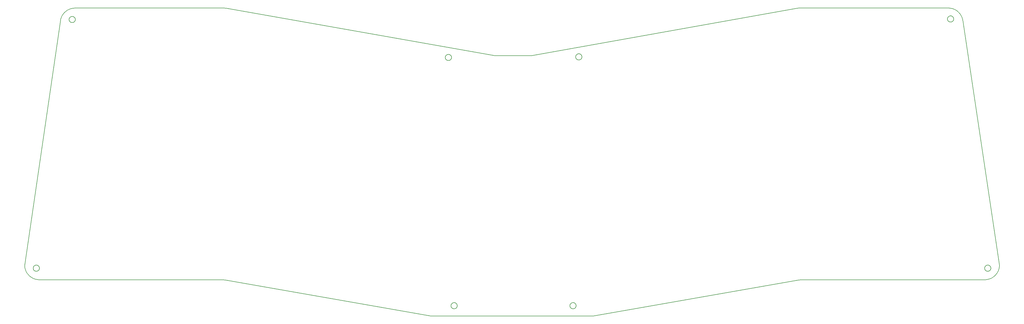
<source format=gm1>
G04 #@! TF.GenerationSoftware,KiCad,Pcbnew,(6.0.6-69-g6d26e8e3e8)*
G04 #@! TF.CreationDate,2022-07-20T16:26:27-04:00*
G04 #@! TF.ProjectId,bottom,626f7474-6f6d-42e6-9b69-6361645f7063,rev?*
G04 #@! TF.SameCoordinates,Original*
G04 #@! TF.FileFunction,Profile,NP*
%FSLAX46Y46*%
G04 Gerber Fmt 4.6, Leading zero omitted, Abs format (unit mm)*
G04 Created by KiCad (PCBNEW (6.0.6-69-g6d26e8e3e8)) date 2022-07-20 16:26:27*
%MOMM*%
%LPD*%
G01*
G04 APERTURE LIST*
G04 #@! TA.AperFunction,Profile*
%ADD10C,0.200000*%
G04 #@! TD*
G04 APERTURE END LIST*
D10*
X40556971Y-199074845D02*
X40543389Y-199108667D01*
X39049535Y-201957841D02*
X38930884Y-201835018D01*
X354731888Y-114686689D02*
X354783852Y-114852222D01*
X183692534Y-211603902D02*
X183670704Y-211574716D01*
X350605335Y-113918668D02*
X350569491Y-113925274D01*
X351210856Y-113997941D02*
X351177398Y-113983484D01*
X362405544Y-199044092D02*
X362390797Y-199077423D01*
X182458129Y-213195858D02*
X182492294Y-213208555D01*
X225410523Y-126846843D02*
X225376584Y-126833555D01*
X40474567Y-199464744D02*
X40474567Y-199501191D01*
X224029792Y-128192086D02*
X224043374Y-128225909D01*
X40859617Y-200295711D02*
X40888226Y-200318295D01*
X364286657Y-198995106D02*
X364269076Y-198963179D01*
X41107905Y-198519108D02*
X41074704Y-198534144D01*
X362353613Y-199790890D02*
X362364815Y-199825573D01*
X363512583Y-198446953D02*
X363476444Y-198442221D01*
X179900292Y-128283640D02*
X179910284Y-128318691D01*
X362975434Y-200463280D02*
X363009599Y-200475977D01*
X180742555Y-129049105D02*
X180778607Y-129054463D01*
X363044184Y-198483612D02*
X363009599Y-198495115D01*
X222466963Y-211350818D02*
X222497421Y-211330799D01*
X224006189Y-128123129D02*
X224017392Y-128157813D01*
X363403782Y-198436535D02*
X363367347Y-198435586D01*
X52629315Y-115340437D02*
X52636852Y-115376097D01*
X53991629Y-114144849D02*
X53956850Y-114133947D01*
X225019923Y-128867746D02*
X225056359Y-128866797D01*
X105491458Y-111309890D02*
X105635977Y-111328943D01*
X225129021Y-128861110D02*
X225165160Y-128856379D01*
X351039164Y-115971348D02*
X351074300Y-115961660D01*
X53053427Y-114284278D02*
X53024052Y-114305854D01*
X37727526Y-199605197D02*
X37689987Y-199438600D01*
X53956850Y-114133947D02*
X53921713Y-114124260D01*
X350006802Y-115667335D02*
X350032009Y-115693660D01*
X181698047Y-127313926D02*
X181673301Y-127287167D01*
X223962234Y-127872435D02*
X223964763Y-127908795D01*
X362353613Y-199180202D02*
X362343620Y-199215253D01*
X53560152Y-114095962D02*
X53523936Y-114100065D01*
X224073421Y-212488417D02*
X224063429Y-212523468D01*
X181798669Y-212090865D02*
X181794881Y-212127115D01*
X180369005Y-128910281D02*
X180400463Y-128928687D01*
X41316213Y-200512120D02*
X41352057Y-200518726D01*
X53083533Y-114263734D02*
X53053427Y-114284278D01*
X349727844Y-114972650D02*
X349729109Y-115009076D01*
X180600855Y-129015281D02*
X180635818Y-129025577D01*
X362475815Y-198916480D02*
X362456596Y-198947449D01*
X53145793Y-114225841D02*
X53114334Y-114244247D01*
X226055123Y-127708635D02*
X226050705Y-127672456D01*
X180278723Y-127178020D02*
X180250115Y-127200603D01*
X40543389Y-199108667D02*
X40530990Y-199142941D01*
X225541063Y-126911512D02*
X225509290Y-126893654D01*
X363584260Y-200510930D02*
X363619712Y-200502468D01*
X351688611Y-111564943D02*
X351850720Y-111626765D01*
X362334851Y-199250630D02*
X362327314Y-199286290D01*
X351787456Y-115242288D02*
X351796839Y-115207069D01*
X351536081Y-115680607D02*
X351560827Y-115653848D01*
X364357405Y-199162812D02*
X364345602Y-199128329D01*
X41957578Y-198526482D02*
X41924121Y-198512025D01*
X362377215Y-199859847D02*
X362390797Y-199893669D01*
X181647641Y-128765411D02*
X181673301Y-128739527D01*
X180222308Y-128802528D02*
X180250115Y-128826091D01*
X182886477Y-211169112D02*
X182850041Y-211168164D01*
X223049695Y-213268085D02*
X223013260Y-213267136D01*
X182070045Y-211505216D02*
X182045767Y-211532400D01*
X181033116Y-126970022D02*
X180996834Y-126966548D01*
X52723441Y-115615434D02*
X52740465Y-115647661D01*
X350200984Y-115831874D02*
X350231785Y-115851361D01*
X362539752Y-198827833D02*
X362517418Y-198856636D01*
X41460661Y-200531031D02*
X41497075Y-200532612D01*
X181413385Y-128937478D02*
X181445158Y-128919621D01*
X53277435Y-114163447D02*
X53243732Y-114177322D01*
X354212564Y-113592076D02*
X354302820Y-113740250D01*
X222560328Y-211293993D02*
X222592702Y-211277249D01*
X222868505Y-211185513D02*
X222904459Y-211179531D01*
X182022447Y-212875837D02*
X182045767Y-212903848D01*
X53705783Y-114092170D02*
X53669348Y-114091221D01*
X181875115Y-128438199D02*
X181889281Y-128404618D01*
X38145705Y-200722108D02*
X38069781Y-200569141D01*
X182850041Y-211168164D02*
X182813595Y-211168480D01*
X350112895Y-114141683D02*
X350085088Y-114165245D01*
X363330900Y-198435902D02*
X363294487Y-198437483D01*
X351428271Y-115778586D02*
X351456483Y-115755510D01*
X183647873Y-212889944D02*
X183670704Y-212861533D01*
X208779482Y-127425885D02*
X208838388Y-127423278D01*
X41316213Y-198453815D02*
X41280620Y-198461661D01*
X181647641Y-127261283D02*
X181621097Y-127236305D01*
X362612558Y-198746313D02*
X362587350Y-198772638D01*
X181766511Y-127399125D02*
X181744681Y-127369938D01*
X222797330Y-213235046D02*
X222762193Y-213225358D01*
X54026008Y-114156951D02*
X53991629Y-114144849D01*
X224239927Y-128530694D02*
X224265134Y-128557019D01*
X224628011Y-128795520D02*
X224662176Y-128808216D01*
X41141609Y-200460702D02*
X41175773Y-200473399D01*
X52623021Y-115304538D02*
X52629315Y-115340437D01*
X225056359Y-128866797D02*
X225092739Y-128864584D01*
X224561106Y-128766609D02*
X224594308Y-128781645D01*
X181939291Y-212756221D02*
X181958510Y-212787190D01*
X54281825Y-115987424D02*
X54310821Y-115965341D01*
X364008820Y-198661387D02*
X363979824Y-198639303D01*
X40778732Y-200222201D02*
X40804837Y-200247636D01*
X52655614Y-115446525D02*
X52666816Y-115481208D01*
X181924676Y-128301209D02*
X181934059Y-128265989D01*
X350932035Y-113915833D02*
X350895896Y-113911102D01*
X222207202Y-212832346D02*
X222186397Y-212802420D01*
X222098599Y-212642977D02*
X222084432Y-212609395D01*
X37819555Y-199934061D02*
X37770732Y-199770415D01*
X180778607Y-126972231D02*
X180742555Y-126977589D01*
X53991629Y-116137514D02*
X54026008Y-116125412D01*
X41642618Y-198439643D02*
X41606336Y-198436169D01*
X224838460Y-126782027D02*
X224802616Y-126788633D01*
X182922857Y-213264923D02*
X182959139Y-213261449D01*
X105635977Y-111328943D02*
X105779880Y-111352203D01*
X181942213Y-128230466D02*
X181949130Y-128194680D01*
X183462518Y-211371881D02*
X183432774Y-211350818D01*
X181673301Y-127287167D02*
X181647641Y-127261283D01*
X52623021Y-114977825D02*
X52617976Y-115013922D01*
X223996197Y-127547493D02*
X223987427Y-127582870D01*
X180706711Y-129042499D02*
X180742555Y-129049105D01*
X181593703Y-127212264D02*
X181565491Y-127189187D01*
X52463659Y-111776676D02*
X52620652Y-111704231D01*
X351737895Y-115379279D02*
X351752061Y-115345697D01*
X53632902Y-114091537D02*
X53596488Y-114093118D01*
X224017392Y-127477759D02*
X224006189Y-127512442D01*
X180013268Y-128551444D02*
X180032487Y-128582413D01*
X350859614Y-113907628D02*
X350823234Y-113905415D01*
X183868236Y-212435243D02*
X183875153Y-212399458D01*
X181348076Y-127056862D02*
X181314618Y-127042404D01*
X182391224Y-211269301D02*
X182358564Y-211285480D01*
X351850720Y-111626765D02*
X352010587Y-111694174D01*
X350394886Y-115932161D02*
X350429051Y-115944857D01*
X181506751Y-127146041D02*
X181476293Y-127126022D01*
X224464910Y-128714720D02*
X224496368Y-128733126D01*
X54700129Y-115286511D02*
X54704547Y-115250332D01*
X222039655Y-211965482D02*
X222049037Y-211930262D01*
X53452040Y-114112029D02*
X53416447Y-114119875D01*
X42116253Y-200350274D02*
X42145998Y-200329210D01*
X179995136Y-127506867D02*
X179978111Y-127539094D01*
X351210856Y-115910912D02*
X351243791Y-115895302D01*
X54532645Y-114556886D02*
X54511841Y-114526959D01*
X181744681Y-128656755D02*
X181766511Y-128627569D01*
X351817580Y-114809097D02*
X351811910Y-114773093D01*
X41533521Y-200532928D02*
X41569956Y-200531979D01*
X350327981Y-114005603D02*
X350295322Y-114021783D01*
X351722571Y-115412349D02*
X351737895Y-115379279D01*
X50832605Y-113035057D02*
X50947063Y-112905464D01*
X181825748Y-127490980D02*
X181807069Y-127459682D01*
X183599324Y-212944304D02*
X183624070Y-212917545D01*
X224215649Y-127132062D02*
X224192329Y-127160073D01*
X52617976Y-115268441D02*
X52623021Y-115304538D01*
X181794881Y-212127115D02*
X181792352Y-212163475D01*
X351039164Y-113937505D02*
X351003712Y-113929043D01*
X37999124Y-200413669D02*
X37933818Y-200255876D01*
X363654848Y-200492780D02*
X363689627Y-200481879D01*
X351607461Y-114311018D02*
X351584630Y-114282607D01*
X181280679Y-128997578D02*
X181314618Y-128984290D01*
X182176138Y-213030868D02*
X182204746Y-213053451D01*
X224029792Y-127443485D02*
X224017392Y-127477759D01*
X40831810Y-200272149D02*
X40859617Y-200295711D01*
X349988151Y-111266980D02*
X350161622Y-111269981D01*
X362308393Y-199503770D02*
X362309658Y-199540196D01*
X182526878Y-213220058D02*
X182561841Y-213230354D01*
X183692534Y-212832346D02*
X183713339Y-212802420D01*
X223158891Y-213263343D02*
X223122554Y-213266187D01*
X40571718Y-199924422D02*
X40587614Y-199957220D01*
X366933510Y-200297987D02*
X366865313Y-200458631D01*
X225955696Y-127359863D02*
X225939234Y-127327345D01*
X363757946Y-198514603D02*
X363724007Y-198501315D01*
X362941731Y-198521687D02*
X362908529Y-198536723D01*
X222659095Y-211247181D02*
X222693034Y-211233893D01*
X351650096Y-114370131D02*
X351629291Y-114340205D01*
X54310821Y-114317022D02*
X54281825Y-114294939D01*
X223441607Y-211240390D02*
X223475311Y-211254265D01*
X53956850Y-116148415D02*
X53991629Y-116137514D01*
X42307550Y-198783546D02*
X42282803Y-198756788D01*
X224107384Y-212272774D02*
X224104856Y-212309133D01*
X41107905Y-200446827D02*
X41141609Y-200460702D01*
X223267002Y-211188972D02*
X223302596Y-211196817D01*
X53346185Y-116143116D02*
X53381148Y-116153412D01*
X299154006Y-111301097D02*
X299299373Y-111286168D01*
X196887088Y-127425905D02*
X196945366Y-127426754D01*
X181140932Y-129038731D02*
X181176384Y-129030268D01*
X181033116Y-129056672D02*
X181069255Y-129051940D01*
X224039827Y-211843824D02*
X224052226Y-211878097D01*
X364165178Y-198813727D02*
X364141376Y-198786125D01*
X181069255Y-126974753D02*
X181033116Y-126970022D01*
X222275666Y-211518703D02*
X222300413Y-211491944D01*
X183137543Y-211210890D02*
X183102406Y-211201203D01*
X182886477Y-213267136D02*
X182922857Y-213264923D01*
X180996834Y-126966548D02*
X180960454Y-126964335D01*
X362312186Y-199394537D02*
X362309658Y-199430897D01*
X181381011Y-127072472D02*
X181348076Y-127056862D01*
X350361183Y-115918286D02*
X350394886Y-115932161D01*
X223960969Y-127799562D02*
X223960969Y-127836009D01*
X226050705Y-127963115D02*
X226055123Y-127926936D01*
X362364815Y-199145519D02*
X362353613Y-199180202D01*
X182000113Y-212847034D02*
X182022447Y-212875837D01*
X40475832Y-199428318D02*
X40474567Y-199464744D01*
X222229033Y-212861533D02*
X222207202Y-212832346D01*
X224074016Y-128292038D02*
X224091041Y-128324266D01*
X40705926Y-198825255D02*
X40683592Y-198854058D01*
X350394886Y-113976692D02*
X350361183Y-113990567D01*
X180096424Y-127355634D02*
X180074090Y-127384437D01*
X223337895Y-211205894D02*
X223372858Y-211216190D01*
X54443377Y-115840603D02*
X54467179Y-115813001D01*
X181698047Y-128712768D02*
X181721850Y-128685166D01*
X180119744Y-127327623D02*
X180096424Y-127355634D01*
X351752061Y-115345697D02*
X351765054Y-115311644D01*
X183573663Y-212970188D02*
X183599324Y-212944304D01*
X364408234Y-199485546D02*
X364407602Y-199449104D01*
X363584260Y-198460162D02*
X363548536Y-198452935D01*
X40641989Y-198913902D02*
X40622770Y-198944870D01*
X40947706Y-198605520D02*
X40917600Y-198626064D01*
X350032009Y-114215193D02*
X350006802Y-114241518D01*
X180144022Y-127300439D02*
X180119744Y-127327623D01*
X40474567Y-199501191D02*
X40475832Y-199537617D01*
X222940598Y-213261449D02*
X222904459Y-213256718D01*
X363009599Y-200475977D02*
X363044184Y-200487480D01*
X40519787Y-199177624D02*
X40509795Y-199212675D01*
X42230600Y-200260009D02*
X42257143Y-200235032D01*
X222352616Y-211441082D02*
X222380010Y-211417041D01*
X352010587Y-111694174D02*
X352168019Y-111767089D01*
X349784267Y-114614399D02*
X349773064Y-114649083D01*
X42230600Y-198705926D02*
X42203206Y-198681884D01*
X41750434Y-200508352D02*
X41785886Y-200499889D01*
X225572198Y-128705110D02*
X225602656Y-128685092D01*
X350533898Y-113933120D02*
X350498598Y-113942196D01*
X364230644Y-200069842D02*
X364250398Y-200039211D01*
X363221935Y-198444430D02*
X363185883Y-198449788D01*
X351109079Y-113958094D02*
X351074300Y-113947193D01*
X223978578Y-212724604D02*
X223960445Y-212756221D01*
X54059948Y-114170238D02*
X54026008Y-114156951D01*
X367270264Y-198947648D02*
X367248984Y-199120865D01*
X196770731Y-127419115D02*
X196828860Y-127423358D01*
X41401656Y-203280781D02*
X41236455Y-203237510D01*
X40487194Y-199319612D02*
X40482149Y-199355708D01*
X42244474Y-203411361D02*
X42074322Y-203396795D01*
X54670006Y-114853320D02*
X54659407Y-114818447D01*
X224063429Y-212523468D02*
X224052226Y-212558151D01*
X225921653Y-128340153D02*
X225939234Y-128308226D01*
X362665636Y-200274728D02*
X362693443Y-200298290D01*
X54687542Y-115358300D02*
X54694459Y-115322515D01*
X225342204Y-128814118D02*
X225376584Y-128802016D01*
X235195727Y-214789093D02*
X229917935Y-215718124D01*
X351607461Y-115597835D02*
X351629291Y-115568649D01*
X40587614Y-199957220D02*
X40604638Y-199989448D01*
X52889352Y-115854089D02*
X52914559Y-115880415D01*
X224947064Y-128865849D02*
X224983477Y-128867430D01*
X351796839Y-115207069D02*
X351804993Y-115171545D01*
X222300413Y-212944304D02*
X222275666Y-212917545D01*
X350605335Y-115990185D02*
X350641387Y-115995542D01*
X37597280Y-198762327D02*
X37588601Y-198591774D01*
X351339073Y-115841751D02*
X351369531Y-115821733D01*
X40978507Y-198586033D02*
X40947706Y-198605520D01*
X222009440Y-212254566D02*
X222008807Y-212218124D01*
X366442760Y-201220879D02*
X366342656Y-201363835D01*
X51189074Y-112658534D02*
X51316338Y-112541492D01*
X179921487Y-127673320D02*
X179910284Y-127708003D01*
X351177398Y-113983484D02*
X351143459Y-113970196D01*
X222352616Y-212995166D02*
X222326073Y-212970188D01*
X50245789Y-113888353D02*
X50331095Y-113737961D01*
X183828297Y-212575342D02*
X183840100Y-212540858D01*
X363185883Y-198449788D02*
X363150039Y-198456394D01*
X41855802Y-198486635D02*
X41821023Y-198475734D01*
X180278723Y-128848674D02*
X180308098Y-128870250D01*
X54694459Y-115322515D02*
X54700129Y-115286511D01*
X50617467Y-113305722D02*
X50722696Y-113168529D01*
X42523580Y-199160234D02*
X42511777Y-199125750D01*
X349754302Y-114719511D02*
X349746766Y-114755170D01*
X224192329Y-127160073D02*
X224169995Y-127188876D01*
X223995602Y-211743871D02*
X224011497Y-211776670D01*
X208720524Y-127426754D02*
X208779482Y-127425885D01*
X182632734Y-211188972D02*
X182597141Y-211196817D01*
X196945366Y-127426754D02*
X208720524Y-127426754D01*
X353051089Y-112314844D02*
X353186359Y-112423487D01*
X363258151Y-200530765D02*
X363294487Y-200533609D01*
X181978792Y-211618775D02*
X181958510Y-211649058D01*
X182045767Y-212903848D02*
X182070045Y-212931032D01*
X54571077Y-114618814D02*
X54552399Y-114587516D01*
X40571718Y-199041514D02*
X40556971Y-199074845D01*
X223541172Y-211285480D02*
X223573250Y-211302784D01*
X183890296Y-212181682D02*
X183888399Y-212145284D01*
X362665636Y-198696365D02*
X362638663Y-198720878D01*
X49724445Y-115347956D02*
X49759596Y-115178666D01*
X40662271Y-200082317D02*
X40683592Y-200111878D01*
X52723441Y-114666929D02*
X52707545Y-114699728D01*
X182391224Y-213166947D02*
X182424426Y-213181983D01*
X41388109Y-200524084D02*
X41424325Y-200528187D01*
X52655614Y-114835838D02*
X52645621Y-114870889D01*
X222049037Y-211930262D02*
X222059636Y-211895390D01*
X224192329Y-128475499D02*
X224215649Y-128503509D01*
X350161622Y-111269981D02*
X350334885Y-111278999D01*
X222868505Y-213250735D02*
X222832781Y-213243508D01*
X53416447Y-114119875D02*
X53381148Y-114128951D01*
X181859791Y-127555425D02*
X181843329Y-127522907D01*
X181314618Y-127042404D02*
X181280679Y-127029116D01*
X54511841Y-115755403D02*
X54532645Y-115725477D01*
X181413385Y-127089216D02*
X181381011Y-127072472D01*
X104909674Y-111276012D02*
X105055428Y-111278114D01*
X224910728Y-128863005D02*
X224947064Y-128865849D01*
X225939234Y-128308226D02*
X225955696Y-128275708D01*
X180851159Y-129061410D02*
X180887572Y-129062991D01*
X41568238Y-203318386D02*
X41401656Y-203280781D01*
X224074016Y-127343533D02*
X224058121Y-127376332D01*
X364392458Y-199666880D02*
X364398128Y-199630876D01*
X53381148Y-114128951D02*
X53346185Y-114139247D01*
X41924121Y-198512025D02*
X41890182Y-198498737D01*
X105201060Y-111284465D02*
X105346444Y-111295060D01*
X351143459Y-115938657D02*
X351177398Y-115925370D01*
X183519726Y-213019207D02*
X183547120Y-212995166D01*
X52679216Y-115515482D02*
X52692798Y-115549304D01*
X209072478Y-127395543D02*
X298864892Y-111343665D01*
X225272289Y-126800864D02*
X225236837Y-126792402D01*
X366712316Y-200772292D02*
X366627703Y-200924927D01*
X182561841Y-211205894D02*
X182526878Y-211216190D01*
X349796667Y-114580126D02*
X349784267Y-114614399D01*
X182597141Y-211196817D02*
X182561841Y-211205894D01*
X222071439Y-211860906D02*
X222084432Y-211826853D01*
X351109079Y-115950759D02*
X351143459Y-115938657D01*
X183888399Y-212290964D02*
X183890296Y-212254566D01*
X41009966Y-200398308D02*
X41042044Y-200415611D01*
X180119744Y-128699071D02*
X180144022Y-128726255D01*
X226009982Y-128140520D02*
X226020581Y-128105647D01*
X351307938Y-114048153D02*
X351276165Y-114030295D01*
X363258151Y-198440327D02*
X363221935Y-198444430D01*
X40482149Y-199610227D02*
X40487194Y-199646324D01*
X225019923Y-126767825D02*
X224983477Y-126768141D01*
X181873491Y-211810001D02*
X181859910Y-211843824D01*
X183769352Y-212708564D02*
X183785814Y-212676046D01*
X353568435Y-112776634D02*
X353687371Y-112902949D01*
X349746766Y-114755170D02*
X349740471Y-114791070D01*
X351358448Y-111458353D02*
X351524454Y-111508783D01*
X182045767Y-211532400D02*
X182022447Y-211560411D01*
X363294487Y-198437483D02*
X363258151Y-198440327D01*
X41736007Y-203350280D02*
X41568238Y-203318386D01*
X41042044Y-198550324D02*
X41009966Y-198567627D01*
X350263243Y-114039086D02*
X350231785Y-114057492D01*
X182704629Y-211177008D02*
X182668578Y-211182366D01*
X42585773Y-203423025D02*
X42415024Y-203420107D01*
X351243791Y-114013551D02*
X351210856Y-113997941D01*
X41352057Y-198447209D02*
X41316213Y-198453815D01*
X224104856Y-212309133D02*
X224101067Y-212345383D01*
X362722051Y-198650219D02*
X362693443Y-198672802D01*
X224291240Y-127053117D02*
X224265134Y-127078552D01*
X54679388Y-115393824D02*
X54687542Y-115358300D01*
X40482149Y-199355708D02*
X40478360Y-199391958D01*
X352912131Y-112210960D02*
X353051089Y-112314844D01*
X351584630Y-114282607D02*
X351560827Y-114255005D01*
X50517045Y-113446471D02*
X50617467Y-113305722D01*
X225902974Y-128371451D02*
X225921653Y-128340153D01*
X224374628Y-128653113D02*
X224404003Y-128674689D01*
X181921158Y-211711644D02*
X181904134Y-211743871D01*
X51447572Y-112428920D02*
X51582620Y-112320953D01*
X224011497Y-211776670D02*
X224026245Y-211810001D01*
X53776257Y-111354327D02*
X53947067Y-111327518D01*
X224043374Y-128225909D02*
X224058121Y-128259239D01*
X362438464Y-199992026D02*
X362456596Y-200023643D01*
X181921158Y-212724604D02*
X181939291Y-212756221D01*
X224082191Y-212453040D02*
X224073421Y-212488417D01*
X54339033Y-114340098D02*
X54310821Y-114317022D01*
X37585751Y-198421024D02*
X49695169Y-115518361D01*
X350141503Y-115789753D02*
X350170878Y-115811330D01*
X54634611Y-114749911D02*
X54620444Y-114716329D01*
X54704547Y-115032031D02*
X54700129Y-114995852D01*
X53886261Y-116166565D02*
X53921713Y-116158103D01*
X42534179Y-199770829D02*
X42543561Y-199735610D01*
X183339408Y-211293993D02*
X183307034Y-211277249D01*
X180250115Y-128826091D02*
X180278723Y-128848674D01*
X363919621Y-198598221D02*
X363888487Y-198579272D01*
X38069781Y-200569141D02*
X37999124Y-200413669D01*
X349936870Y-115583336D02*
X349959204Y-115612140D01*
X222625638Y-213174609D02*
X222592702Y-213158999D01*
X196597429Y-127396257D02*
X196654966Y-127405559D01*
X196654966Y-127405559D02*
X196712749Y-127413181D01*
X53053427Y-115998085D02*
X53083533Y-116018629D01*
X42376014Y-200097190D02*
X42396818Y-200067263D01*
X42307550Y-200182389D02*
X42331353Y-200154787D01*
X182234121Y-213075028D02*
X182264227Y-213095572D01*
X181445158Y-127107073D02*
X181413385Y-127089216D01*
X224108649Y-212199900D02*
X224108649Y-212236348D01*
X182148331Y-213007306D02*
X182176138Y-213030868D01*
X41424325Y-198437748D02*
X41388109Y-198441852D01*
X40437848Y-202938145D02*
X40284910Y-202862160D01*
X52798098Y-115740530D02*
X52819419Y-115770091D01*
X40604638Y-198976488D02*
X40587614Y-199008715D01*
X222832781Y-213243508D02*
X222797330Y-213235046D01*
X350823234Y-113905415D02*
X350786798Y-113904466D01*
X181978792Y-212817473D02*
X182000113Y-212847034D01*
X41074704Y-198534144D02*
X41042044Y-198550324D01*
X52692798Y-115549304D02*
X52707545Y-115582635D01*
X222408222Y-211393965D02*
X222437218Y-211371881D01*
X54659407Y-115463915D02*
X54670006Y-115429043D01*
X363440162Y-198438747D02*
X363403782Y-198436535D01*
X350112895Y-115767170D02*
X350141503Y-115789753D01*
X222011337Y-212290964D02*
X222009440Y-212254566D01*
X351276165Y-114030295D02*
X351243791Y-114013551D01*
X53416447Y-116162488D02*
X53452040Y-116170334D01*
X223122554Y-213266187D02*
X223086141Y-213267768D01*
X226009982Y-127495052D02*
X225998179Y-127460568D01*
X42174994Y-198658808D02*
X42145998Y-198636725D01*
X180498403Y-127049488D02*
X180465201Y-127064524D01*
X38706505Y-201577579D02*
X38601040Y-201443263D01*
X226038118Y-127600667D02*
X226029964Y-127565143D01*
X182850041Y-213268085D02*
X182886477Y-213267136D01*
X350533898Y-115975733D02*
X350569491Y-115983579D01*
X41245321Y-198470737D02*
X41210358Y-198481033D01*
X223751406Y-213007306D02*
X223723599Y-213030868D01*
X183599324Y-211491944D02*
X183573663Y-211466060D01*
X364402546Y-199376395D02*
X364398128Y-199340217D01*
X351688528Y-115476794D02*
X351706109Y-115444867D01*
X222014496Y-212108973D02*
X222018913Y-212072795D01*
X349824996Y-114512973D02*
X349810249Y-114546303D01*
X181593703Y-128814430D02*
X181621097Y-128790389D01*
X364064426Y-200262588D02*
X364090969Y-200237610D01*
X223694990Y-213053451D02*
X223665616Y-213075028D01*
X54418630Y-114415001D02*
X54392970Y-114389117D01*
X180222308Y-127224165D02*
X180195335Y-127248679D01*
X223441607Y-213195858D02*
X223407443Y-213208555D01*
X40478360Y-199573977D02*
X40482149Y-199610227D01*
X40753525Y-198770060D02*
X40729246Y-198797244D01*
X181791087Y-212199900D02*
X181791087Y-212236348D01*
X54707706Y-115214022D02*
X54709603Y-115177623D01*
X183880823Y-212072795D02*
X183875153Y-212036791D01*
X181565491Y-127189187D02*
X181536496Y-127167104D01*
X350231785Y-114057492D02*
X350200984Y-114076979D01*
X350463635Y-115956361D02*
X350498598Y-115966657D01*
X183307034Y-213158999D02*
X183339408Y-213142255D01*
X52620652Y-111704231D02*
X52780055Y-111637257D01*
X225998179Y-127460568D02*
X225985187Y-127426515D01*
X364331299Y-202992596D02*
X364170654Y-203060790D01*
X351560827Y-115653848D02*
X351584630Y-115626246D01*
X42331353Y-200154787D02*
X42354183Y-200126376D01*
X183875153Y-212399458D02*
X183880823Y-212363454D01*
X183102406Y-211201203D02*
X183066955Y-211192740D01*
X350058115Y-114189758D02*
X350032009Y-114215193D01*
X52798098Y-114541832D02*
X52777816Y-114572115D01*
X362908529Y-198536723D02*
X362875870Y-198552902D01*
X40705926Y-200140681D02*
X40729246Y-200168691D01*
X181939291Y-211680027D02*
X181921158Y-211711644D01*
X363824339Y-200426421D02*
X363856713Y-200409678D01*
X226045035Y-127636452D02*
X226038118Y-127600667D01*
X299299373Y-111286168D02*
X299445114Y-111275494D01*
X364209840Y-200099768D02*
X364230644Y-200069842D01*
X354117222Y-113447124D02*
X354212564Y-113592076D01*
X40729246Y-198797244D02*
X40705926Y-198825255D01*
X179978111Y-128487600D02*
X179995136Y-128519827D01*
X41245321Y-200495198D02*
X41280620Y-200504274D01*
X224011497Y-212659578D02*
X223995602Y-212692377D01*
X350295322Y-115887070D02*
X350327981Y-115903250D01*
X363979824Y-200331789D02*
X364008820Y-200309706D01*
X222497421Y-213105449D02*
X222466963Y-213085430D01*
X183307034Y-211277249D02*
X183274099Y-211261639D01*
X181791087Y-212236348D02*
X181792352Y-212272774D01*
X362751426Y-198628643D02*
X362722051Y-198650219D01*
X40978507Y-200379902D02*
X41009966Y-200398308D01*
X53277435Y-116118916D02*
X53311600Y-116131612D01*
X42085795Y-198595643D02*
X42054661Y-198576694D01*
X179877691Y-127849991D02*
X179872647Y-127886088D01*
X180960454Y-129062359D02*
X180996834Y-129060146D01*
X224101067Y-212090865D02*
X224104856Y-212127115D01*
X222326073Y-211466060D02*
X222352616Y-211441082D01*
X42435250Y-198960600D02*
X42416572Y-198929303D01*
X223475311Y-213181983D02*
X223441607Y-213195858D01*
X224109173Y-127279688D02*
X224091041Y-127311306D01*
X183274099Y-213174609D02*
X183307034Y-213158999D01*
X42282803Y-200209148D02*
X42307550Y-200182389D01*
X363919621Y-200372871D02*
X363950079Y-200352852D01*
X222229033Y-211574716D02*
X222251863Y-211546305D01*
X42074322Y-203396795D02*
X41904768Y-203376426D01*
X349840891Y-114480174D02*
X349824996Y-114512973D01*
X183733092Y-211664459D02*
X183713339Y-211633829D01*
X224291240Y-128582454D02*
X224318213Y-128606967D01*
X183868236Y-212001005D02*
X183860082Y-211965482D01*
X42543561Y-199230325D02*
X42534179Y-199195106D01*
X41009966Y-198567627D02*
X40978507Y-198586033D01*
X364398128Y-199630876D02*
X364402546Y-199594697D01*
X181825748Y-128535714D02*
X181843329Y-128503787D01*
X350231785Y-115851361D02*
X350263243Y-115869767D01*
X181246299Y-127017014D02*
X181211520Y-127006113D01*
X349915549Y-114355078D02*
X349895267Y-114385361D01*
X181836307Y-212523468D02*
X181847510Y-212558151D01*
X224169995Y-127188876D02*
X224148674Y-127218437D01*
X181964274Y-127976905D02*
X181962377Y-127940507D01*
X222625638Y-211261639D02*
X222659095Y-211247181D01*
X49695169Y-115518361D02*
X49724445Y-115347956D01*
X226050705Y-127672456D02*
X226045035Y-127636452D01*
X362612558Y-200224780D02*
X362638663Y-200250214D01*
X351510421Y-114202362D02*
X351483877Y-114177385D01*
X180338204Y-127135899D02*
X180308098Y-127156443D01*
X182526878Y-211216190D02*
X182492294Y-211227693D01*
X54467179Y-114469362D02*
X54443377Y-114441760D01*
X54093405Y-114184696D02*
X54059948Y-114170238D01*
X53177871Y-114208538D02*
X53145793Y-114225841D01*
X364303119Y-199943468D02*
X364318443Y-199910399D01*
X362812333Y-200382481D02*
X362843791Y-200400887D01*
X179910284Y-127708003D02*
X179900292Y-127743054D01*
X362587350Y-200198454D02*
X362612558Y-200224780D01*
X223122554Y-211170061D02*
X223158891Y-211172905D01*
X351190791Y-111413713D02*
X351358448Y-111458353D01*
X225921653Y-127295418D02*
X225902974Y-127264121D01*
X225817755Y-128489605D02*
X225840586Y-128461194D01*
X222940598Y-211174799D02*
X222976879Y-211171325D01*
X363791404Y-198529061D02*
X363757946Y-198514603D01*
X53705783Y-116190193D02*
X53742163Y-116187980D01*
X41890182Y-200467198D02*
X41924121Y-200453911D01*
X42558632Y-199664301D02*
X42564303Y-199628297D01*
X351825157Y-114881586D02*
X351821997Y-114845276D01*
X53024052Y-114305854D02*
X52995444Y-114328438D01*
X350295322Y-114021783D02*
X350263243Y-114039086D01*
X351706109Y-115444867D02*
X351722571Y-115412349D01*
X364392458Y-199304213D02*
X364385541Y-199268427D01*
X183102406Y-213235046D02*
X183137543Y-213225358D01*
X351177398Y-115925370D02*
X351210856Y-115910912D01*
X351399276Y-114108184D02*
X351369531Y-114087120D01*
X354302820Y-113740250D02*
X354387879Y-113891465D01*
X42523580Y-199805702D02*
X42534179Y-199770829D01*
X222693034Y-213202355D02*
X222659095Y-213189067D01*
X364037032Y-198684463D02*
X364008820Y-198661387D01*
X182204746Y-213053451D02*
X182234121Y-213075028D01*
X364230644Y-198901251D02*
X364209840Y-198871324D01*
X179910284Y-128318691D02*
X179921487Y-128353374D01*
X224802616Y-128846938D02*
X224838460Y-128853544D01*
X225689608Y-127016702D02*
X225661396Y-126993626D01*
X364007728Y-203123336D02*
X363842718Y-203180159D01*
X53452040Y-116170334D02*
X53487884Y-116176940D01*
X362781532Y-200362994D02*
X362812333Y-200382481D01*
X182358564Y-213150768D02*
X182391224Y-213166947D01*
X223541172Y-213150768D02*
X223508512Y-213166947D01*
X222437218Y-213064367D02*
X222408222Y-213042284D01*
X364286657Y-199975986D02*
X364303119Y-199943468D01*
X351804993Y-114737308D02*
X351796839Y-114701784D01*
X181934059Y-127760704D02*
X181924676Y-127725485D01*
X362456596Y-200023643D02*
X362475815Y-200054612D01*
X349936870Y-114325517D02*
X349915549Y-114355078D01*
X362646454Y-203412737D02*
X362472174Y-203421879D01*
X183547120Y-212995166D02*
X183573663Y-212970188D01*
X351456483Y-115755510D02*
X351483877Y-115731468D01*
X223829691Y-212931032D02*
X223804484Y-212957358D01*
X224838460Y-128853544D02*
X224874512Y-128858902D01*
X362587350Y-198772638D02*
X362563072Y-198799823D01*
X363512583Y-200524140D02*
X363548536Y-200518157D01*
X362364815Y-199825573D02*
X362377215Y-199859847D01*
X50421549Y-113590608D02*
X50517045Y-113446471D01*
X182264227Y-211340677D02*
X182234121Y-211361221D01*
X351369531Y-115821733D02*
X351399276Y-115800669D01*
X364318443Y-199910399D02*
X364332610Y-199876817D01*
X351307938Y-115860701D02*
X351339073Y-115841751D01*
X39299070Y-202190979D02*
X39172311Y-202076541D01*
X222528555Y-211311850D02*
X222560328Y-211293993D01*
X40917600Y-200339871D02*
X40947706Y-200360415D01*
X223635510Y-211340677D02*
X223665616Y-211361221D01*
X52865073Y-115826905D02*
X52889352Y-115854089D01*
X362315975Y-199612806D02*
X362321020Y-199648902D01*
X362563072Y-198799823D02*
X362539752Y-198827833D01*
X54490010Y-114497773D02*
X54467179Y-114469362D01*
X353317778Y-112536759D02*
X353445188Y-112654521D01*
X52740465Y-114634701D02*
X52723441Y-114666929D01*
X41750434Y-198457584D02*
X41714711Y-198450357D01*
X223604709Y-211321190D02*
X223635510Y-211340677D01*
X225056359Y-126768774D02*
X225019923Y-126767825D01*
X54552399Y-114587516D02*
X54532645Y-114556886D01*
X179868858Y-128104356D02*
X179872647Y-128140606D01*
X226060811Y-127817786D02*
X226060179Y-127781344D01*
X53632902Y-116190826D02*
X53669348Y-116191142D01*
X351483877Y-115731468D02*
X351510421Y-115706491D01*
X349959204Y-114296713D02*
X349936870Y-114325517D01*
X349729109Y-114899777D02*
X349727844Y-114936203D01*
X349763072Y-115224719D02*
X349773064Y-115259770D01*
X181843329Y-128503787D02*
X181859791Y-128471269D01*
X366996059Y-200135062D02*
X366933510Y-200297987D01*
X53947067Y-111327518D02*
X54118702Y-111306631D01*
X349735427Y-115081686D02*
X349740471Y-115117783D01*
X223195107Y-211177008D02*
X223231158Y-211182366D01*
X54647604Y-114783964D02*
X54634611Y-114749911D01*
X351560827Y-114255005D02*
X351536081Y-114228246D01*
X299737221Y-111266942D02*
X349988151Y-111266980D01*
X222976879Y-211171325D02*
X223013260Y-211169112D01*
X53742163Y-114094383D02*
X53705783Y-114092170D01*
X52707545Y-114699728D02*
X52692798Y-114733058D01*
X52666816Y-115481208D02*
X52679216Y-115515482D01*
X362309658Y-199430897D02*
X362308393Y-199467322D01*
X224108649Y-212236348D02*
X224107384Y-212272774D01*
X353801853Y-113033315D02*
X353911743Y-113167575D01*
X367297690Y-198425020D02*
X367294631Y-198599513D01*
X183785814Y-211760202D02*
X183769352Y-211727684D01*
X365093556Y-202570057D02*
X364947192Y-202665109D01*
X363507254Y-203276363D02*
X363337208Y-203315628D01*
X350361183Y-113990567D02*
X350327981Y-114005603D01*
X364332610Y-199094275D02*
X364318443Y-199060694D01*
X349784267Y-115294454D02*
X349796667Y-115328727D01*
X183491514Y-211393965D02*
X183462518Y-211371881D01*
X349857916Y-115460907D02*
X349876048Y-115492524D01*
X367103918Y-199803161D02*
X367052885Y-199970053D01*
X179947469Y-127605224D02*
X179933887Y-127639046D01*
X364318443Y-199060694D02*
X364303119Y-199027624D01*
X349727844Y-114936203D02*
X349727844Y-114972650D01*
X223573250Y-211302784D02*
X223604709Y-211321190D01*
X180960454Y-126964335D02*
X180924018Y-126963386D01*
X225793952Y-127118364D02*
X225769206Y-127091605D01*
X224802616Y-126788633D02*
X224767023Y-126796479D01*
X224528447Y-126885142D02*
X224496368Y-126902445D01*
X362875870Y-200418190D02*
X362908529Y-200434369D01*
X41074704Y-200431791D02*
X41107905Y-200446827D01*
X183751771Y-212740491D02*
X183769352Y-212708564D01*
X179883986Y-127814091D02*
X179877691Y-127849991D01*
X223694990Y-211382797D02*
X223723599Y-211405380D01*
X42085795Y-200370292D02*
X42116253Y-200350274D01*
X54059948Y-116112124D02*
X54093405Y-116097667D01*
X362563072Y-200171270D02*
X362587350Y-200198454D01*
X183432774Y-211350818D02*
X183402316Y-211330799D01*
X364170654Y-203060790D02*
X364007728Y-203123336D01*
X352322826Y-111845423D02*
X352474822Y-111929080D01*
X42435250Y-200005335D02*
X42452831Y-199973408D01*
X351765054Y-115311644D02*
X351776857Y-115277161D01*
X179877691Y-128176703D02*
X179883986Y-128212603D01*
X52889352Y-114428273D02*
X52865073Y-114455458D01*
X42574409Y-199482968D02*
X42573776Y-199446526D01*
X52009010Y-112025943D02*
X52157656Y-111937628D01*
X182148331Y-211428943D02*
X182121358Y-211453456D01*
X183880823Y-212363454D02*
X183885240Y-212327275D01*
X52666816Y-114801154D02*
X52655614Y-114835838D01*
X52841753Y-115798894D02*
X52865073Y-115826905D01*
X351811910Y-115135760D02*
X351817580Y-115099756D01*
X364269076Y-200007913D02*
X364286657Y-199975986D01*
X183402316Y-213105449D02*
X183432774Y-213085430D01*
X54392970Y-115893245D02*
X54418630Y-115867362D01*
X40501025Y-199717884D02*
X40509795Y-199753260D01*
X41388109Y-198441852D02*
X41352057Y-198447209D01*
X52614187Y-115050172D02*
X52611659Y-115086532D01*
X181904134Y-211743871D02*
X181888239Y-211776670D01*
X181889281Y-127622076D02*
X181875115Y-127588494D01*
X196828860Y-127423358D02*
X196887088Y-127425905D01*
X54511841Y-114526959D02*
X54490010Y-114497773D01*
X225092739Y-128864584D02*
X225129021Y-128861110D01*
X349796667Y-115328727D02*
X349810249Y-115362550D01*
X42415024Y-203420107D02*
X42244474Y-203411361D01*
X181176384Y-129030268D02*
X181211520Y-129020581D01*
X354904878Y-115358234D02*
X354933437Y-115529365D01*
X182597141Y-213239431D02*
X182632734Y-213247277D01*
X42257143Y-200235032D02*
X42282803Y-200209148D01*
X350641387Y-115995542D02*
X350677602Y-115999646D01*
X183850699Y-211930262D02*
X183840100Y-211895390D01*
X41821023Y-198475734D02*
X41785886Y-198466046D01*
X363689627Y-200481879D02*
X363724007Y-200469777D01*
X364377387Y-199738189D02*
X364385541Y-199702665D01*
X225862416Y-128432008D02*
X225883221Y-128402081D01*
X354387879Y-113891465D02*
X354467642Y-114045541D01*
X180074090Y-127384437D02*
X180052769Y-127413998D01*
X183031231Y-211185513D02*
X182995278Y-211179531D01*
X181314618Y-128984290D02*
X181348076Y-128969832D01*
X38404171Y-201164222D02*
X38312998Y-201019823D01*
X181536496Y-127167104D02*
X181506751Y-127146041D01*
X223973596Y-127981142D02*
X223979891Y-128017042D01*
X223723599Y-211405380D02*
X223751406Y-211428943D01*
X180074090Y-128642257D02*
X180096424Y-128671060D01*
X351510421Y-115706491D02*
X351536081Y-115680607D01*
X299591105Y-111269083D02*
X299737221Y-111266942D01*
X350032009Y-115693660D02*
X350058115Y-115719095D01*
X182121358Y-211453456D02*
X182095252Y-211478891D01*
X224043374Y-127409663D02*
X224029792Y-127443485D01*
X180566271Y-127022916D02*
X180532106Y-127035613D01*
X182121358Y-212982792D02*
X182148331Y-213007306D01*
X222408222Y-213042284D02*
X222380010Y-213019207D01*
X37611779Y-198932485D02*
X37597280Y-198762327D01*
X223920945Y-212817473D02*
X223899624Y-212847034D01*
X222251863Y-212889944D02*
X222229033Y-212861533D01*
X41042044Y-200415611D02*
X41074704Y-200431791D01*
X180338204Y-128890794D02*
X180369005Y-128910281D01*
X222008807Y-212218124D02*
X222009440Y-212181682D01*
X182777182Y-211170061D02*
X182740845Y-211172905D01*
X181817545Y-211983208D02*
X181810009Y-212018868D01*
X349982524Y-114268703D02*
X349959204Y-114296713D01*
X350786798Y-113904466D02*
X350750352Y-113904782D01*
X349857916Y-114447946D02*
X349840891Y-114480174D01*
X183885240Y-212108973D02*
X183880823Y-212072795D01*
X183875153Y-212036791D02*
X183868236Y-212001005D01*
X364368005Y-199197685D02*
X364357405Y-199162812D01*
X224947064Y-126769722D02*
X224910728Y-126772566D01*
X54636501Y-111279714D02*
X104909674Y-111276012D01*
X53210531Y-116090005D02*
X53243732Y-116105041D01*
X182234121Y-211361221D02*
X182204746Y-211382797D01*
X51863507Y-112119343D02*
X52009010Y-112025943D01*
X181954800Y-127868017D02*
X181949130Y-127832013D01*
X183885240Y-212327275D02*
X183888399Y-212290964D01*
X226029964Y-127565143D02*
X226020581Y-127529924D01*
X179866329Y-127958697D02*
X179865064Y-127995123D01*
X42376014Y-198868746D02*
X42354183Y-198839559D01*
X354830040Y-115019459D02*
X354870399Y-115188197D01*
X367221673Y-199293234D02*
X367188363Y-199464546D01*
X181962377Y-128086187D02*
X181964274Y-128049789D01*
X181962377Y-127940507D02*
X181959217Y-127904196D01*
X225661396Y-126993626D02*
X225632401Y-126971543D01*
X182492294Y-213208555D02*
X182526878Y-213220058D01*
X183371181Y-213124398D02*
X183402316Y-213105449D01*
X366013296Y-201770546D02*
X365894272Y-201898180D01*
X183274099Y-211261639D02*
X183240641Y-211247181D01*
X181766511Y-128627569D02*
X181787316Y-128597642D01*
X222275666Y-212917545D02*
X222251863Y-212889944D01*
X38930884Y-201835018D02*
X38816496Y-201708214D01*
X223086141Y-211168480D02*
X223122554Y-211170061D01*
X225902974Y-127264121D02*
X225883221Y-127233490D01*
X225955696Y-128275708D02*
X225971020Y-128242638D01*
X224594308Y-128781645D02*
X224628011Y-128795520D01*
X223964763Y-127726776D02*
X223962234Y-127763136D01*
X42145998Y-198636725D02*
X42116253Y-198615661D01*
X367052885Y-199970053D02*
X366996059Y-200135062D01*
X183402316Y-211330799D02*
X183371181Y-211311850D01*
X365375891Y-202364928D02*
X365236514Y-202469956D01*
X226055123Y-127926936D02*
X226058282Y-127890626D01*
X225817755Y-127145966D02*
X225793952Y-127118364D01*
X183206702Y-213202355D02*
X183240641Y-213189067D01*
X180013268Y-127475250D02*
X179995136Y-127506867D01*
X180144022Y-128726255D02*
X180169229Y-128752580D01*
X350851339Y-111342011D02*
X351021687Y-111374917D01*
X224265134Y-127078552D02*
X224239927Y-127104878D01*
X224983477Y-128867430D02*
X225019923Y-128867746D01*
X349754302Y-115189342D02*
X349763072Y-115224719D01*
X224404003Y-126960882D02*
X224374628Y-126982459D01*
X362539752Y-200143259D02*
X362563072Y-200171270D01*
X225443981Y-128774271D02*
X225476916Y-128758661D01*
X180096424Y-128671060D02*
X180119744Y-128699071D01*
X224089728Y-212018868D02*
X224096022Y-212054768D01*
X181904134Y-212692377D02*
X181921158Y-212724604D01*
X363337208Y-203315628D02*
X363165896Y-203348934D01*
X181621097Y-128790389D02*
X181647641Y-128765411D01*
X363114446Y-200506853D02*
X363150039Y-200514699D01*
X54467179Y-115813001D02*
X54490010Y-115784590D01*
X41714711Y-198450357D02*
X41678757Y-198444374D01*
X41678757Y-200521561D02*
X41714711Y-200515579D01*
X223231158Y-213253882D02*
X223195107Y-213259240D01*
X42452831Y-198992527D02*
X42435250Y-198960600D01*
X299009138Y-111320268D02*
X299154006Y-111301097D01*
X350334885Y-111278999D02*
X350507731Y-111294024D01*
X363440162Y-200532345D02*
X363476444Y-200528871D01*
X363842718Y-203180159D02*
X363675825Y-203231188D01*
X51721320Y-112217719D02*
X51863507Y-112119343D01*
X52841753Y-114483468D02*
X52819419Y-114512271D01*
X363888487Y-200391820D02*
X363919621Y-200372871D01*
X53814584Y-114102588D02*
X53778445Y-114097857D01*
X40530990Y-199142941D02*
X40519787Y-199177624D01*
X350085088Y-115743608D02*
X350112895Y-115767170D01*
X54709603Y-115177623D02*
X54710236Y-115141181D01*
X224073421Y-211947831D02*
X224082191Y-211983208D01*
X222018913Y-212072795D02*
X222024584Y-212036791D01*
X363950079Y-200352852D02*
X363979824Y-200331789D01*
X37689987Y-199438600D02*
X37658160Y-199270818D01*
X41352057Y-200518726D02*
X41388109Y-200524084D01*
X42571879Y-199410127D02*
X42568720Y-199373817D01*
X354467642Y-114045541D02*
X354542010Y-114202292D01*
X180887572Y-129062991D02*
X180924018Y-129063307D01*
X223899624Y-212847034D02*
X223877290Y-212875837D01*
X50947063Y-112905464D02*
X51065933Y-112779907D01*
X180924018Y-126963386D02*
X180887572Y-126963703D01*
X226058282Y-127744945D02*
X226055123Y-127708635D01*
X183339408Y-213142255D02*
X183371181Y-213124398D01*
X363079147Y-198473316D02*
X363044184Y-198483612D01*
X37632080Y-199102047D02*
X37611779Y-198932485D01*
X364405705Y-199558386D02*
X364407602Y-199521988D01*
X54659407Y-114818447D02*
X54647604Y-114783964D01*
X222186397Y-212802420D02*
X222166644Y-212771789D01*
X182995278Y-211179531D02*
X182959139Y-211174799D01*
X349740471Y-114791070D02*
X349735427Y-114827167D01*
X180532106Y-127035613D02*
X180498403Y-127049488D01*
X364209840Y-198871324D02*
X364188009Y-198842138D01*
X182959139Y-213261449D02*
X182995278Y-213256718D01*
X183828297Y-211860906D02*
X183815304Y-211826853D01*
X174961691Y-215718124D02*
X105543947Y-203498734D01*
X39701735Y-202507412D02*
X39563936Y-202406540D01*
X225165160Y-126779192D02*
X225129021Y-126774461D01*
X222762193Y-213225358D02*
X222727414Y-213214457D01*
X349982524Y-115640150D02*
X350006802Y-115667335D01*
X181959217Y-128122498D02*
X181962377Y-128086187D01*
X225840586Y-127174377D02*
X225817755Y-127145966D01*
X349915549Y-115553776D02*
X349936870Y-115583336D01*
X51065933Y-112779907D02*
X51189074Y-112658534D01*
X364269076Y-198963179D02*
X364250398Y-198931881D01*
X181673301Y-128739527D02*
X181698047Y-128712768D01*
X224091041Y-127311306D02*
X224074016Y-127343533D01*
X222018913Y-212363454D02*
X222014496Y-212327275D01*
X179947469Y-128421470D02*
X179962216Y-128454801D01*
X40509795Y-199753260D02*
X40519787Y-199788312D01*
X183172322Y-213214457D02*
X183206702Y-213202355D01*
X180671118Y-129034654D02*
X180706711Y-129042499D01*
X180308098Y-128870250D02*
X180338204Y-128890794D01*
X54221622Y-114253857D02*
X54190488Y-114234907D01*
X42354183Y-198839559D02*
X42331353Y-198811148D01*
X181836307Y-211912780D02*
X181826315Y-211947831D01*
X362315975Y-199358287D02*
X362312186Y-199394537D01*
X182358564Y-211285480D02*
X182326486Y-211302784D01*
X366791552Y-200616796D02*
X366712316Y-200772292D01*
X50165734Y-114041605D02*
X50245789Y-113888353D01*
X225307425Y-128825020D02*
X225342204Y-128814118D01*
X353445188Y-112654521D02*
X353568435Y-112776634D01*
X351669849Y-115508091D02*
X351688528Y-115476794D01*
X53243732Y-116105041D02*
X53277435Y-116118916D01*
X350141503Y-114119100D02*
X350112895Y-114141683D01*
X363654848Y-198478312D02*
X363619712Y-198468625D01*
X183547120Y-211441082D02*
X183519726Y-211417041D01*
X41175773Y-200473399D02*
X41210358Y-200484902D01*
X350263243Y-115869767D02*
X350295322Y-115887070D01*
X351074300Y-113947193D02*
X351039164Y-113937505D01*
X37588601Y-198591774D02*
X37585751Y-198421024D01*
X52940664Y-114376513D02*
X52914559Y-114401948D01*
X349735427Y-114827167D02*
X349731638Y-114863417D01*
X299445114Y-111275494D02*
X299591105Y-111269083D01*
X180465201Y-127064524D02*
X180432542Y-127080703D01*
X42564303Y-199337638D02*
X42558632Y-199301634D01*
X351243791Y-115895302D02*
X351276165Y-115878558D01*
X350170878Y-115811330D02*
X350200984Y-115831874D01*
X182424426Y-211254265D02*
X182391224Y-211269301D01*
X222380010Y-211417041D02*
X222408222Y-211393965D01*
X42498784Y-199091697D02*
X42484617Y-199058115D01*
X224404003Y-128674689D02*
X224434109Y-128695233D01*
X54158714Y-116065313D02*
X54190488Y-116047455D01*
X40831810Y-198693786D02*
X40804837Y-198718300D01*
X41280620Y-200504274D02*
X41316213Y-200512120D01*
X54588658Y-114650741D02*
X54571077Y-114618814D01*
X363079147Y-200497776D02*
X363114446Y-200506853D01*
X40662271Y-198883619D02*
X40641989Y-198913902D01*
X223475311Y-211254265D02*
X223508512Y-211269301D01*
X181476293Y-127126022D02*
X181445158Y-127107073D01*
X38226809Y-200872394D02*
X38145705Y-200722108D01*
X180814822Y-126968128D02*
X180778607Y-126972231D01*
X362421440Y-199959799D02*
X362438464Y-199992026D01*
X354542010Y-114202292D02*
X354610894Y-114361528D01*
X225476916Y-128758661D02*
X225509290Y-128741917D01*
X225985187Y-127426515D02*
X225971020Y-127392933D01*
X181792352Y-212272774D02*
X181794881Y-212309133D01*
X54710236Y-115141181D02*
X54709603Y-115104739D01*
X225201113Y-128850396D02*
X225236837Y-128843170D01*
X351825157Y-115027267D02*
X351827054Y-114990869D01*
X42396818Y-200067263D02*
X42416572Y-200036633D01*
X179868858Y-127922338D02*
X179866329Y-127958697D01*
X226020581Y-127529924D02*
X226009982Y-127495052D01*
X183890296Y-212254566D02*
X183890929Y-212218124D01*
X41678757Y-198444374D02*
X41642618Y-198439643D01*
X180432542Y-127080703D02*
X180400463Y-127098006D01*
X54694459Y-114959848D02*
X54687542Y-114924063D01*
X105346444Y-111295060D02*
X105491458Y-111309890D01*
X350713939Y-116002490D02*
X350750352Y-116004071D01*
X223960445Y-212756221D02*
X223941227Y-212787190D01*
X222904459Y-211179531D02*
X222940598Y-211174799D01*
X180369005Y-127116412D02*
X180338204Y-127135899D01*
X223960969Y-127836009D02*
X223962234Y-127872435D01*
X349895267Y-115523492D02*
X349915549Y-115553776D01*
X223195107Y-213259240D02*
X223158891Y-213263343D01*
X179865064Y-128031571D02*
X179866329Y-128067996D01*
X223086141Y-213267768D02*
X223049695Y-213268085D01*
X362975434Y-198507812D02*
X362941731Y-198521687D01*
X54605120Y-114683259D02*
X54588658Y-114650741D01*
X42551716Y-199700086D02*
X42558632Y-199664301D01*
X182704629Y-213259240D02*
X182740845Y-213263343D01*
X42568720Y-199592118D02*
X42571879Y-199555808D01*
X224148674Y-128417135D02*
X224169995Y-128446696D01*
X225165160Y-128856379D02*
X225201113Y-128850396D01*
X351003712Y-113929043D02*
X350967988Y-113921816D01*
X364489466Y-202918838D02*
X364331299Y-202992596D01*
X362421440Y-199011294D02*
X362405544Y-199044092D01*
X222049037Y-212505986D02*
X222039655Y-212470767D01*
X42573776Y-199519410D02*
X42574409Y-199482968D01*
X42551716Y-199265849D02*
X42543561Y-199230325D01*
X42257143Y-198730904D02*
X42230600Y-198705926D01*
X225342204Y-126821453D02*
X225307425Y-126810552D01*
X42511777Y-199125750D02*
X42498784Y-199091697D01*
X362993526Y-203376242D02*
X362820308Y-203397518D01*
X42416572Y-200036633D02*
X42435250Y-200005335D01*
X181810009Y-212018868D02*
X181803714Y-212054768D01*
X53487884Y-114105423D02*
X53452040Y-114112029D01*
X40493488Y-199682224D02*
X40501025Y-199717884D01*
X364250398Y-200039211D02*
X364269076Y-200007913D01*
X54490010Y-115784590D02*
X54511841Y-115755403D01*
X362843791Y-198570206D02*
X362812333Y-198588612D01*
X51582620Y-112320953D02*
X51721320Y-112217719D01*
X223604709Y-213115059D02*
X223573250Y-213133465D01*
X223920945Y-211618775D02*
X223941227Y-211649058D01*
X181888239Y-211776670D02*
X181873491Y-211810001D01*
X223968552Y-127690526D02*
X223964763Y-127726776D01*
X352623823Y-112017961D02*
X352769652Y-112111959D01*
X229917935Y-215718124D02*
X174961691Y-215718124D01*
X350895896Y-113911102D02*
X350859614Y-113907628D01*
X53381148Y-116153412D02*
X53416447Y-116162488D01*
X41990514Y-200423843D02*
X42022888Y-200407099D01*
X41855802Y-200479300D02*
X41890182Y-200467198D01*
X42469293Y-199940890D02*
X42484617Y-199907820D01*
X225985187Y-128209056D02*
X225998179Y-128175003D01*
X226029964Y-128070428D02*
X226038118Y-128034904D01*
X52967637Y-114352000D02*
X52940664Y-114376513D01*
X40487194Y-199646324D02*
X40493488Y-199682224D01*
X180032487Y-127444281D02*
X180013268Y-127475250D01*
X349729109Y-115009076D02*
X349731638Y-115045436D01*
X37658160Y-199270818D02*
X37632080Y-199102047D01*
X365511519Y-202255099D02*
X365375891Y-202364928D01*
X53523936Y-114100065D02*
X53487884Y-114105423D01*
X366537814Y-201074517D02*
X366442760Y-201220879D01*
X223899624Y-211589214D02*
X223920945Y-211618775D01*
X224089728Y-212417380D02*
X224082191Y-212453040D01*
X223372858Y-213220058D02*
X223337895Y-213230354D01*
X363619712Y-200502468D02*
X363654848Y-200492780D01*
X37933818Y-200255876D02*
X37873938Y-200095944D01*
X222059636Y-211895390D02*
X222071439Y-211860906D01*
X183890929Y-212218124D02*
X183890296Y-212181682D01*
X364797601Y-202754995D02*
X364644963Y-202839605D01*
X42484617Y-199907820D02*
X42498784Y-199874238D01*
X366865313Y-200458631D02*
X366791552Y-200616796D01*
X224696760Y-128819720D02*
X224731724Y-128830016D01*
X225793952Y-128517207D02*
X225817755Y-128489605D01*
X105543947Y-203498734D02*
X104677140Y-203423025D01*
X222130385Y-212708564D02*
X222113922Y-212676046D01*
X42054661Y-198576694D02*
X42022888Y-198558836D01*
X364165178Y-200157366D02*
X364188009Y-200128955D01*
X224910728Y-126772566D02*
X224874512Y-126776670D01*
X180671118Y-126992040D02*
X180635818Y-127001117D01*
X53145793Y-116056522D02*
X53177871Y-116073825D01*
X222024584Y-212036791D02*
X222031500Y-212001005D01*
X183888399Y-212145284D02*
X183885240Y-212108973D01*
X364188009Y-198842138D02*
X364165178Y-198813727D01*
X53311600Y-114150751D02*
X53277435Y-114163447D01*
X225689608Y-128618869D02*
X225717002Y-128594827D01*
X222437218Y-211371881D02*
X222466963Y-211350818D01*
X182959139Y-211174799D02*
X182922857Y-211171325D01*
X363548536Y-198452935D02*
X363512583Y-198446953D01*
X54620444Y-114716329D02*
X54605120Y-114683259D01*
X182176138Y-211405380D02*
X182148331Y-211428943D01*
X363009599Y-198495115D02*
X362975434Y-198507812D01*
X181246299Y-129009679D02*
X181280679Y-128997578D01*
X350498598Y-115966657D02*
X350533898Y-115975733D01*
X40683592Y-200111878D02*
X40705926Y-200140681D01*
X362472174Y-203421879D02*
X362297681Y-203424934D01*
X52819419Y-114512271D02*
X52798098Y-114541832D01*
X41904768Y-203376426D02*
X41736007Y-203350280D01*
X363150039Y-200514699D02*
X363185883Y-200521304D01*
X42203206Y-198681884D02*
X42174994Y-198658808D01*
X181105208Y-129045958D02*
X181140932Y-129038731D01*
X181843329Y-127522907D02*
X181825748Y-127490980D01*
X223995602Y-212692377D02*
X223978578Y-212724604D01*
X349810249Y-115362550D02*
X349824996Y-115395880D01*
X52610394Y-115159405D02*
X52611659Y-115195831D01*
X54552399Y-115694846D02*
X54571077Y-115663549D01*
X179872647Y-128140606D02*
X179877691Y-128176703D01*
X41606336Y-200529767D02*
X41642618Y-200526292D01*
X350750352Y-113904782D02*
X350713939Y-113906363D01*
X54620444Y-115566034D02*
X54634611Y-115532452D01*
X52645621Y-115411474D02*
X52655614Y-115446525D01*
X223302596Y-213239431D02*
X223267002Y-213247277D01*
X181949130Y-128194680D02*
X181954800Y-128158676D01*
X351765054Y-114597209D02*
X351752061Y-114563156D01*
X364116629Y-198759366D02*
X364090969Y-198733482D01*
X350823234Y-116003438D02*
X350859614Y-116001225D01*
X223407443Y-213208555D02*
X223372858Y-213220058D01*
X225743546Y-127065722D02*
X225717002Y-127040744D01*
X181211520Y-129020581D02*
X181246299Y-129009679D01*
X349763072Y-114684134D02*
X349754302Y-114719511D01*
X183670704Y-212861533D02*
X183692534Y-212832346D01*
X41785886Y-200499889D02*
X41821023Y-200490202D01*
X53114334Y-116038116D02*
X53145793Y-116056522D01*
X223158891Y-211172905D02*
X223195107Y-211177008D01*
X362820308Y-203397518D02*
X362646454Y-203412737D01*
X222014496Y-212327275D02*
X222011337Y-212290964D01*
X349824996Y-115395880D02*
X349840891Y-115428679D01*
X222147966Y-211695757D02*
X222166644Y-211664459D01*
X225443981Y-126861300D02*
X225410523Y-126846843D01*
X351787456Y-114666565D02*
X351776857Y-114631692D01*
X364368005Y-199773408D02*
X364377387Y-199738189D01*
X179962216Y-128454801D02*
X179978111Y-128487600D01*
X364037032Y-200286629D02*
X364064426Y-200262588D01*
X54588658Y-115631622D02*
X54605120Y-115599104D01*
X183815304Y-211826853D02*
X183801138Y-211793272D01*
X364345602Y-199842764D02*
X364357405Y-199808280D01*
X42174994Y-200307127D02*
X42203206Y-200284051D01*
X349959204Y-115612140D02*
X349982524Y-115640150D01*
X181348076Y-128969832D02*
X181381011Y-128954222D01*
X179978111Y-127539094D02*
X179962216Y-127571893D01*
X224082191Y-211983208D02*
X224089728Y-212018868D01*
X351821997Y-115063577D02*
X351825157Y-115027267D01*
X183733092Y-212771789D02*
X183751771Y-212740491D01*
X41714711Y-200515579D02*
X41750434Y-200508352D01*
X225236837Y-128843170D02*
X225272289Y-128834707D01*
X52611659Y-115086532D02*
X52610394Y-115122958D01*
X183624070Y-212917545D02*
X183647873Y-212889944D01*
X364407602Y-199449104D02*
X364405705Y-199412706D01*
X364332610Y-199876817D02*
X364345602Y-199842764D01*
X222528555Y-213124398D02*
X222497421Y-213105449D01*
X53886261Y-114115797D02*
X53850537Y-114108571D01*
X181536496Y-128859590D02*
X181565491Y-128837506D01*
X42054661Y-200389242D02*
X42085795Y-200370292D01*
X365770867Y-202021583D02*
X365643231Y-202140604D01*
X54463625Y-111282715D02*
X54636501Y-111279714D01*
X225717002Y-128594827D02*
X225743546Y-128569850D01*
X224063429Y-211912780D02*
X224073421Y-211947831D01*
X223829691Y-211505216D02*
X223853969Y-211532400D01*
X367294631Y-198599513D02*
X367285486Y-198773793D01*
X54221622Y-116028506D02*
X54252080Y-116008488D01*
X362327314Y-199684802D02*
X362334851Y-199720462D01*
X42571879Y-199555808D02*
X42573776Y-199519410D01*
X364141376Y-198786125D02*
X364116629Y-198759366D01*
X53778445Y-114097857D02*
X53742163Y-114094383D01*
X54026008Y-116125412D02*
X54059948Y-116112124D01*
X53596488Y-114093118D02*
X53560152Y-114095962D01*
X224058121Y-128259239D02*
X224074016Y-128292038D01*
X224731724Y-126805555D02*
X224696760Y-126815851D01*
X354610894Y-114361528D02*
X354674213Y-114523059D01*
X350463635Y-113952492D02*
X350429051Y-113963996D01*
X40641989Y-200052034D02*
X40662271Y-200082317D01*
X53105329Y-111520036D02*
X53270811Y-111469930D01*
X53606476Y-111387026D02*
X53776257Y-111354327D01*
X179883986Y-128212603D02*
X179891522Y-128248263D01*
X54679388Y-114888539D02*
X54670006Y-114853320D01*
X52995444Y-114328438D02*
X52967637Y-114352000D01*
X349876048Y-115492524D02*
X349895267Y-115523492D01*
X224318213Y-128606967D02*
X224346020Y-128630529D01*
X223804484Y-211478891D02*
X223829691Y-211505216D01*
X54670006Y-115429043D02*
X54679388Y-115393824D01*
X179866329Y-128067996D02*
X179868858Y-128104356D01*
X363294487Y-200533609D02*
X363330900Y-200535190D01*
X181859910Y-211843824D02*
X181847510Y-211878097D01*
X223372858Y-211216190D02*
X223407443Y-211227693D01*
X53669348Y-116191142D02*
X53705783Y-116190193D01*
X53742163Y-116187980D02*
X53778445Y-116184506D01*
X40804837Y-198718300D02*
X40778732Y-198743734D01*
X222166644Y-211664459D02*
X222186397Y-211633829D01*
X225602656Y-128685092D02*
X225632401Y-128664028D01*
X351796839Y-114701784D02*
X351787456Y-114666565D01*
X363185883Y-200521304D02*
X363221935Y-200526662D01*
X300202335Y-203425020D02*
X299335673Y-203500703D01*
X224628011Y-126840051D02*
X224594308Y-126853926D01*
X222011337Y-212145284D02*
X222014496Y-212108973D01*
X181949130Y-127832013D02*
X181942213Y-127796228D01*
X224983477Y-126768141D02*
X224947064Y-126769722D01*
X351536081Y-114228246D02*
X351510421Y-114202362D01*
X183031231Y-213250735D02*
X183066955Y-213243508D01*
X49957999Y-114516669D02*
X50021753Y-114355950D01*
X362309658Y-199540196D02*
X362312186Y-199576555D01*
X350932035Y-115993020D02*
X350967988Y-115987037D01*
X52617976Y-115013922D02*
X52614187Y-115050172D01*
X366627703Y-200924927D02*
X366537814Y-201074517D01*
X363165896Y-203348934D02*
X362993526Y-203376242D01*
X351369531Y-114087120D02*
X351339073Y-114067102D01*
X41785886Y-198466046D02*
X41750434Y-198457584D01*
X181959217Y-127904196D02*
X181954800Y-127868017D01*
X350677602Y-113909207D02*
X350641387Y-113913311D01*
X349731638Y-114863417D02*
X349729109Y-114899777D01*
X180635818Y-127001117D02*
X180600855Y-127011413D01*
X54418630Y-115867362D02*
X54443377Y-115840603D01*
X183713339Y-211633829D02*
X183692534Y-211603902D01*
X179921487Y-128353374D02*
X179933887Y-128387647D01*
X224696760Y-126815851D02*
X224662176Y-126827355D01*
X182777182Y-213266187D02*
X182813595Y-213267768D01*
X183240641Y-213189067D02*
X183274099Y-213174609D01*
X363824339Y-198544671D02*
X363791404Y-198529061D01*
X225971020Y-127392933D02*
X225955696Y-127359863D01*
X349876048Y-114416329D02*
X349857916Y-114447946D01*
X224434109Y-126940338D02*
X224404003Y-126960882D01*
X224346020Y-127005042D02*
X224318213Y-127028604D01*
X222113922Y-211760202D02*
X222130385Y-211727684D01*
X223979891Y-127618530D02*
X223973596Y-127654429D01*
X181847510Y-212558151D02*
X181859910Y-212592425D01*
X222071439Y-212575342D02*
X222059636Y-212540858D01*
X350786798Y-116004387D02*
X350823234Y-116003438D01*
X222031500Y-212001005D02*
X222039655Y-211965482D01*
X183670704Y-211574716D02*
X183647873Y-211546305D01*
X349810249Y-114546303D02*
X349796667Y-114580126D01*
X53210531Y-114192358D02*
X53177871Y-114208538D01*
X181445158Y-128919621D02*
X181476293Y-128900672D01*
X40622770Y-200021065D02*
X40641989Y-200052034D01*
X362297681Y-203424934D02*
X300202335Y-203425020D01*
X350679951Y-111315036D02*
X350851339Y-111342011D01*
X182424426Y-213181983D02*
X182458129Y-213195858D01*
X225129021Y-126774461D02*
X225092739Y-126770987D01*
X40753525Y-200195876D02*
X40778732Y-200222201D01*
X42498784Y-199874238D02*
X42511777Y-199840185D01*
X349731638Y-115045436D02*
X349735427Y-115081686D01*
X222592702Y-213158999D02*
X222560328Y-213142255D01*
X224096022Y-212054768D02*
X224101067Y-212090865D01*
X53346185Y-114139247D02*
X53311600Y-114150751D01*
X41460661Y-198434905D02*
X41424325Y-198437748D01*
X180052769Y-128612696D02*
X180074090Y-128642257D01*
X366237625Y-201503211D02*
X366127793Y-201638836D01*
X181176384Y-126996425D02*
X181140932Y-126987963D01*
X222693034Y-211233893D02*
X222727414Y-211221792D01*
X223941227Y-212787190D02*
X223920945Y-212817473D01*
X363724007Y-198501315D02*
X363689627Y-198489214D01*
X362812333Y-198588612D02*
X362781532Y-198608099D01*
X52614187Y-115232191D02*
X52617976Y-115268441D01*
X183840100Y-211895390D02*
X183828297Y-211860906D01*
X351003712Y-115979811D02*
X351039164Y-115971348D01*
X179865064Y-127995123D02*
X179865064Y-128031571D01*
X181565491Y-128837506D02*
X181593703Y-128814430D01*
X181787316Y-128597642D02*
X181807069Y-128567012D01*
X42534179Y-199195106D02*
X42523580Y-199160234D01*
X351811910Y-114773093D02*
X351804993Y-114737308D01*
X54709603Y-115104739D02*
X54707706Y-115068341D01*
X349895267Y-114385361D02*
X349876048Y-114416329D01*
X362908529Y-200434369D02*
X362941731Y-200449406D01*
X54126341Y-116082057D02*
X54158714Y-116065313D01*
X364405705Y-199412706D02*
X364402546Y-199376395D01*
X183491514Y-213042284D02*
X183519726Y-213019207D01*
X363330900Y-200535190D02*
X363367347Y-200535507D01*
X367285486Y-198773793D02*
X367270264Y-198947648D01*
X180887572Y-126963703D02*
X180851159Y-126965284D01*
X223960445Y-211680027D02*
X223978578Y-211711644D01*
X222497421Y-211330799D02*
X222528555Y-211311850D01*
X183860082Y-212470767D02*
X183868236Y-212435243D01*
X225236837Y-126792402D02*
X225201113Y-126785175D01*
X225376584Y-126833555D02*
X225342204Y-126821453D01*
X183624070Y-211518703D02*
X183599324Y-211491944D01*
X362438464Y-198979066D02*
X362421440Y-199011294D01*
X350967988Y-115987037D02*
X351003712Y-115979811D01*
X182095252Y-211478891D02*
X182070045Y-211505216D01*
X363689627Y-198489214D02*
X363654848Y-198478312D01*
X181803714Y-212054768D02*
X181798669Y-212090865D01*
X362751426Y-200342450D02*
X362781532Y-200362994D01*
X52707545Y-115582635D02*
X52723441Y-115615434D01*
X181859910Y-212592425D02*
X181873491Y-212626247D01*
X353186359Y-112423487D02*
X353317778Y-112536759D01*
X40284910Y-202862160D02*
X40134656Y-202780997D01*
X363476444Y-198442221D02*
X363440162Y-198438747D01*
X222380010Y-213019207D02*
X222352616Y-212995166D01*
X350429051Y-115944857D02*
X350463635Y-115956361D01*
X222059636Y-212540858D02*
X222049037Y-212505986D01*
X351817580Y-115099756D02*
X351821997Y-115063577D01*
X42511777Y-199840185D02*
X42523580Y-199805702D01*
X224874512Y-128858902D02*
X224910728Y-128863005D01*
X225971020Y-128242638D02*
X225985187Y-128209056D01*
X225840586Y-128461194D02*
X225862416Y-128432008D01*
X224528447Y-128750429D02*
X224561106Y-128766609D01*
X52777816Y-114572115D02*
X52758597Y-114603084D01*
X182813595Y-213267768D02*
X182850041Y-213268085D01*
X224101067Y-212345383D02*
X224096022Y-212381480D01*
X224434109Y-128695233D02*
X224464910Y-128714720D01*
X362693443Y-200298290D02*
X362722051Y-200320873D01*
X224096022Y-212381480D02*
X224089728Y-212417380D01*
X39563936Y-202406540D02*
X39429662Y-202301022D01*
X182561841Y-213230354D02*
X182597141Y-213239431D01*
X40543389Y-199857268D02*
X40556971Y-199891091D01*
X42416572Y-198929303D02*
X42396818Y-198898672D01*
X362496097Y-200084895D02*
X362517418Y-200114456D01*
X54700129Y-114995852D02*
X54694459Y-114959848D01*
X223013260Y-211169112D02*
X223049695Y-211168164D01*
X367149096Y-199634590D02*
X367103918Y-199803161D01*
X222098599Y-211793272D02*
X222113922Y-211760202D01*
X181924676Y-127725485D02*
X181914077Y-127690613D01*
X351428271Y-114130267D02*
X351399276Y-114108184D01*
X350170878Y-114097523D02*
X350141503Y-114119100D01*
X50091025Y-114197533D02*
X50165734Y-114041605D01*
X224052226Y-211878097D02*
X224063429Y-211912780D01*
X351827054Y-114917984D02*
X351825157Y-114881586D01*
X40478360Y-199391958D02*
X40475832Y-199428318D01*
X363403782Y-200534558D02*
X363440162Y-200532345D01*
X52995444Y-115953925D02*
X53024052Y-115976508D01*
X224006189Y-127512442D02*
X223996197Y-127547493D01*
X351776857Y-115277161D02*
X351787456Y-115242288D01*
X362517418Y-200114456D02*
X362539752Y-200143259D01*
X182740845Y-211172905D02*
X182704629Y-211177008D01*
X41497075Y-198433324D02*
X41460661Y-198434905D01*
X363548536Y-200518157D02*
X363584260Y-200510930D01*
X41606336Y-198436169D02*
X41569956Y-198433956D01*
X224148674Y-127218437D02*
X224128392Y-127248720D01*
X224128392Y-128386852D02*
X224148674Y-128417135D01*
X180432542Y-128945991D02*
X180465201Y-128962170D01*
X223804484Y-212957358D02*
X223778378Y-212982792D01*
X52940664Y-115905849D02*
X52967637Y-115930363D01*
X224731724Y-128830016D02*
X224767023Y-128839092D01*
X354870399Y-115188197D02*
X354904878Y-115358234D01*
X52636852Y-114906265D02*
X52629315Y-114941925D01*
X54093405Y-116097667D02*
X54126341Y-116082057D01*
X182922857Y-211171325D02*
X182886477Y-211169112D01*
X42543561Y-199735610D02*
X42551716Y-199700086D01*
X52819419Y-115770091D02*
X52841753Y-115798894D01*
X208838388Y-127423278D02*
X208897192Y-127418936D01*
X364064426Y-198708504D02*
X364037032Y-198684463D01*
X180742555Y-126977589D02*
X180706711Y-126984194D01*
X224058121Y-127376332D02*
X224043374Y-127409663D01*
X223778378Y-212982792D02*
X223751406Y-213007306D01*
X223013260Y-213267136D02*
X222976879Y-213264923D01*
X365643231Y-202140604D02*
X365511519Y-202255099D01*
X349746766Y-115153683D02*
X349754302Y-115189342D01*
X363856713Y-198561415D02*
X363824339Y-198544671D01*
X52941678Y-111575834D02*
X53105329Y-111520036D01*
X362517418Y-198856636D02*
X362496097Y-198886197D01*
X362390797Y-199893669D02*
X362405544Y-199927000D01*
X353687371Y-112902949D02*
X353801853Y-113033315D01*
X181888239Y-212659578D02*
X181904134Y-212692377D01*
X181803714Y-212381480D02*
X181810009Y-212417380D01*
X53921713Y-114124260D02*
X53886261Y-114115797D01*
X224091041Y-128324266D02*
X224109173Y-128355883D01*
X350895896Y-115997751D02*
X350932035Y-115993020D01*
X225092739Y-126770987D02*
X225056359Y-126768774D01*
X223407443Y-211227693D02*
X223441607Y-211240390D01*
X222762193Y-211210890D02*
X222797330Y-211201203D01*
X363619712Y-198468625D02*
X363584260Y-198460162D01*
X225939234Y-127327345D02*
X225921653Y-127295418D01*
X226060179Y-127781344D02*
X226058282Y-127744945D01*
X54647604Y-115498399D02*
X54659407Y-115463915D01*
X222300413Y-211491944D02*
X222326073Y-211466060D01*
X40509795Y-199212675D02*
X40501025Y-199248052D01*
X181792352Y-212163475D02*
X181791087Y-212199900D01*
X354016908Y-113305566D02*
X354117222Y-113447124D01*
X179891522Y-128248263D02*
X179900292Y-128283640D01*
X50722696Y-113168529D02*
X50832605Y-113035057D01*
X351276165Y-115878558D02*
X351307938Y-115860701D01*
X225376584Y-128802016D02*
X225410523Y-128788729D01*
X224104856Y-212127115D02*
X224107384Y-212163475D01*
X208955842Y-127412862D02*
X209014288Y-127405062D01*
X105055428Y-111278114D02*
X105201060Y-111284465D01*
X225743546Y-128569850D02*
X225769206Y-128543966D01*
X53114334Y-114244247D02*
X53083533Y-114263734D01*
X52610394Y-115122958D02*
X52610394Y-115159405D01*
X183751771Y-211695757D02*
X183733092Y-211664459D01*
X181280679Y-127029116D02*
X181246299Y-127017014D01*
X54281825Y-114294939D02*
X54252080Y-114273875D01*
X364116629Y-200211726D02*
X364141376Y-200184967D01*
X179891522Y-127778431D02*
X179883986Y-127814091D01*
X182095252Y-212957358D02*
X182121358Y-212982792D01*
X352769652Y-112111959D02*
X352912131Y-112210960D01*
X40729246Y-200168691D02*
X40753525Y-200195876D01*
X183840100Y-212540858D02*
X183850699Y-212505986D01*
X182295027Y-211321190D02*
X182264227Y-211340677D01*
X225572198Y-126930461D02*
X225541063Y-126911512D01*
X179962216Y-127571893D02*
X179947469Y-127605224D01*
X181140932Y-126987963D02*
X181105208Y-126980736D01*
X364385541Y-199702665D02*
X364392458Y-199666880D01*
X363114446Y-198464240D02*
X363079147Y-198473316D01*
X181958510Y-211649058D02*
X181939291Y-211680027D01*
X180032487Y-128582413D02*
X180052769Y-128612696D01*
X351021687Y-111374917D02*
X351190791Y-111413713D01*
X54707706Y-115068341D02*
X54704547Y-115032031D01*
X181875115Y-127588494D02*
X181859791Y-127555425D01*
X362321020Y-199322190D02*
X362315975Y-199358287D01*
X54687542Y-114924063D02*
X54679388Y-114888539D01*
X181902274Y-128370565D02*
X181914077Y-128336081D01*
X183850699Y-212505986D02*
X183860082Y-212470767D01*
X40888226Y-200318295D02*
X40917600Y-200339871D01*
X350569491Y-113925274D02*
X350533898Y-113933120D01*
X181807069Y-128567012D02*
X181825748Y-128535714D01*
X183801138Y-211793272D02*
X183785814Y-211760202D01*
X182740845Y-213263343D02*
X182777182Y-213266187D01*
X224107384Y-212163475D02*
X224108649Y-212199900D01*
X54290957Y-111291690D02*
X54463625Y-111282715D01*
X223941227Y-211649058D02*
X223960445Y-211680027D01*
X223853969Y-211532400D02*
X223877290Y-211560411D01*
X54190488Y-116047455D02*
X54221622Y-116028506D01*
X42568720Y-199373817D02*
X42564303Y-199337638D01*
X182492294Y-211227693D02*
X182458129Y-211240390D01*
X39987262Y-202694749D02*
X39842899Y-202603519D01*
X40778732Y-198743734D02*
X40753525Y-198770060D01*
X54252080Y-114273875D02*
X54221622Y-114253857D01*
X350006802Y-114241518D02*
X349982524Y-114268703D01*
X182813595Y-211168480D02*
X182777182Y-211170061D01*
X53560152Y-116186401D02*
X53596488Y-116189245D01*
X351821997Y-114845276D02*
X351817580Y-114809097D01*
X364141376Y-200184967D02*
X364165178Y-200157366D01*
X362843791Y-200400887D02*
X362875870Y-200418190D01*
X183137543Y-213225358D02*
X183172322Y-213214457D01*
X349773064Y-115259770D02*
X349784267Y-115294454D01*
X362941731Y-200449406D02*
X362975434Y-200463280D01*
X54126341Y-114200306D02*
X54093405Y-114184696D01*
X181069255Y-129051940D02*
X181105208Y-129045958D01*
X225883221Y-128402081D02*
X225902974Y-128371451D01*
X53921713Y-116158103D02*
X53956850Y-116148415D01*
X350713939Y-113906363D02*
X350677602Y-113909207D01*
X354933437Y-115529365D02*
X367297690Y-198425020D01*
X224662176Y-128808216D02*
X224696760Y-128819720D01*
X364377387Y-199232904D02*
X364368005Y-199197685D01*
X180532106Y-128991081D02*
X180566271Y-129003778D01*
X225272289Y-128834707D02*
X225307425Y-128825020D01*
X183769352Y-211727684D02*
X183751771Y-211695757D01*
X222727414Y-211221792D02*
X222762193Y-211210890D01*
X40888226Y-198647641D02*
X40859617Y-198670224D01*
X351339073Y-114067102D02*
X351307938Y-114048153D01*
X52629315Y-114941925D02*
X52623021Y-114977825D01*
X362405544Y-199927000D02*
X362421440Y-199959799D01*
X53850537Y-116173792D02*
X53886261Y-116166565D01*
X49899840Y-114679495D02*
X49957999Y-114516669D01*
X40556971Y-199891091D02*
X40571718Y-199924422D01*
X105779880Y-111352203D02*
X196597429Y-127396257D01*
X350085088Y-114165245D02*
X350058115Y-114189758D01*
X350507731Y-111294024D02*
X350679951Y-111315036D01*
X52914559Y-114401948D02*
X52889352Y-114428273D01*
X225769206Y-127091605D02*
X225743546Y-127065722D01*
X40683592Y-198854058D02*
X40662271Y-198883619D01*
X54704547Y-115250332D02*
X54707706Y-115214022D01*
X181810009Y-212417380D02*
X181817545Y-212453040D01*
X226038118Y-128034904D02*
X226045035Y-127999119D01*
X53669348Y-114091221D02*
X53632902Y-114091537D01*
X364385541Y-199268427D02*
X364377387Y-199232904D01*
X42022888Y-198558836D02*
X41990514Y-198542092D01*
X41175773Y-198492537D02*
X41141609Y-198505234D01*
X225883221Y-127233490D02*
X225862416Y-127203564D01*
X223267002Y-213247277D02*
X223231158Y-213253882D01*
X53596488Y-116189245D02*
X53632902Y-116190826D01*
X181954800Y-128158676D02*
X181959217Y-128122498D01*
X54366427Y-114364140D02*
X54339033Y-114340098D01*
X39842899Y-202603519D02*
X39701735Y-202507412D01*
X225307425Y-126810552D02*
X225272289Y-126800864D01*
X363221935Y-200526662D02*
X363258151Y-200530765D01*
X223968552Y-127945045D02*
X223973596Y-127981142D01*
X40859617Y-198670224D02*
X40831810Y-198693786D01*
X181958510Y-212787190D02*
X181978792Y-212817473D01*
X182668578Y-211182366D02*
X182632734Y-211188972D01*
X181859791Y-128471269D02*
X181875115Y-128438199D01*
X351650096Y-115538722D02*
X351669849Y-115508091D01*
X54634611Y-115532452D02*
X54647604Y-115498399D01*
X223987427Y-127582870D02*
X223979891Y-127618530D01*
X222207202Y-211603902D02*
X222229033Y-211574716D01*
X225509290Y-126893654D02*
X225476916Y-126876910D01*
X41210358Y-198481033D02*
X41175773Y-198492537D01*
X224464910Y-126920851D02*
X224434109Y-126940338D01*
X181476293Y-128900672D02*
X181506751Y-128880653D01*
X364398128Y-199340217D02*
X364392458Y-199304213D01*
X223665616Y-213075028D02*
X223635510Y-213095572D01*
X351399276Y-115800669D02*
X351428271Y-115778586D01*
X183432774Y-213085430D02*
X183462518Y-213064367D01*
X222832781Y-211192740D02*
X222868505Y-211185513D01*
X182668578Y-213253882D02*
X182704629Y-213259240D01*
X41424325Y-200528187D02*
X41460661Y-200531031D01*
X222592702Y-211277249D02*
X222625638Y-211261639D01*
X183462518Y-213064367D02*
X183491514Y-213042284D01*
X40917600Y-198626064D02*
X40888226Y-198647641D01*
X362875870Y-198552902D02*
X362843791Y-198570206D01*
X351074300Y-115961660D02*
X351109079Y-115950759D01*
X182995278Y-213256718D02*
X183031231Y-213250735D01*
X53814584Y-116179775D02*
X53850537Y-116173792D01*
X222727414Y-213214457D02*
X222693034Y-213202355D01*
X223987427Y-128052702D02*
X223996197Y-128088078D01*
X183801138Y-212642977D02*
X183815304Y-212609395D01*
X52780055Y-111637257D02*
X52941678Y-111575834D01*
X183573663Y-211466060D02*
X183547120Y-211441082D01*
X224874512Y-126776670D02*
X224838460Y-126782027D01*
X362334851Y-199720462D02*
X362343620Y-199755839D01*
X180400463Y-128928687D02*
X180432542Y-128945991D01*
X183240641Y-211247181D02*
X183206702Y-211233893D01*
X180566271Y-129003778D02*
X180600855Y-129015281D01*
X222084432Y-212609395D02*
X222071439Y-212575342D01*
X364303119Y-199027624D02*
X364286657Y-198995106D01*
X224662176Y-126827355D02*
X224628011Y-126840051D01*
X52611659Y-115195831D02*
X52614187Y-115232191D01*
X40804837Y-200247636D02*
X40831810Y-200272149D01*
X180851159Y-126965284D02*
X180814822Y-126968128D01*
X182000113Y-211589214D02*
X181978792Y-211618775D01*
X42452831Y-199973408D02*
X42469293Y-199940890D01*
X351483877Y-114177385D02*
X351456483Y-114153343D01*
X183371181Y-211311850D02*
X183339408Y-211293993D01*
X54532645Y-115725477D02*
X54552399Y-115694846D01*
X182070045Y-212931032D02*
X182095252Y-212957358D01*
X183860082Y-211965482D02*
X183850699Y-211930262D01*
X180400463Y-127098006D02*
X180369005Y-127116412D01*
X362722051Y-200320873D02*
X362751426Y-200342450D01*
X351804993Y-115171545D02*
X351811910Y-115135760D01*
X223635510Y-213095572D02*
X223604709Y-213115059D01*
X224026245Y-211810001D02*
X224039827Y-211843824D01*
X42331353Y-198811148D02*
X42307550Y-198783546D01*
X181934059Y-128265989D02*
X181942213Y-128230466D01*
X179933887Y-127639046D02*
X179921487Y-127673320D01*
X351827054Y-114990869D02*
X351827686Y-114954427D01*
X351722571Y-114496504D02*
X351706109Y-114463986D01*
X225201113Y-126785175D02*
X225165160Y-126779192D01*
X182326486Y-213133465D02*
X182358564Y-213150768D01*
X182204746Y-211382797D02*
X182176138Y-211405380D01*
X181817545Y-212453040D02*
X181826315Y-212488417D01*
X362475815Y-200054612D02*
X362496097Y-200084895D01*
X222113922Y-212676046D02*
X222098599Y-212642977D01*
X182022447Y-211560411D02*
X182000113Y-211589214D01*
X222659095Y-213189067D02*
X222625638Y-213174609D01*
X180250115Y-127200603D02*
X180222308Y-127224165D01*
X180195335Y-128778015D02*
X180222308Y-128802528D01*
X52758597Y-114603084D02*
X52740465Y-114634701D01*
X41210358Y-200484902D02*
X41245321Y-200495198D01*
X42282803Y-198756788D02*
X42257143Y-198730904D01*
X42116253Y-198615661D02*
X42085795Y-198595643D01*
X53437926Y-111425576D02*
X53606476Y-111387026D01*
X363367347Y-198435586D02*
X363330900Y-198435902D01*
X350058115Y-115719095D02*
X350085088Y-115743608D01*
X224109173Y-128355883D02*
X224128392Y-128386852D01*
X363757946Y-200456489D02*
X363791404Y-200442032D01*
X364357405Y-199808280D02*
X364368005Y-199773408D01*
X362390797Y-199077423D02*
X362377215Y-199111246D01*
X223973596Y-127654429D02*
X223968552Y-127690526D01*
X180706711Y-126984194D02*
X180671118Y-126992040D01*
X362327314Y-199286290D02*
X362321020Y-199322190D01*
X51316338Y-112541492D02*
X51447572Y-112428920D01*
X183066955Y-213243508D02*
X183102406Y-213235046D01*
X53850537Y-114108571D02*
X53814584Y-114102588D01*
X224052226Y-212558151D02*
X224039827Y-212592425D01*
X224346020Y-128630529D02*
X224374628Y-128653113D01*
X42022888Y-200407099D02*
X42054661Y-200389242D01*
X354674213Y-114523059D02*
X354731888Y-114686689D01*
X225602656Y-126950479D02*
X225572198Y-126930461D01*
X181721850Y-128685166D02*
X181744681Y-128656755D01*
X224767023Y-126796479D02*
X224731724Y-126805555D01*
X183066955Y-211192740D02*
X183031231Y-211185513D01*
X181794881Y-212309133D02*
X181798669Y-212345383D01*
X40501025Y-199248052D02*
X40493488Y-199283712D01*
X224265134Y-128557019D02*
X224291240Y-128582454D01*
X222147966Y-212740491D02*
X222130385Y-212708564D01*
X183206702Y-211233893D02*
X183172322Y-211221792D01*
X222466963Y-213085430D02*
X222437218Y-213064367D01*
X180778607Y-129054463D02*
X180814822Y-129058566D01*
X222024584Y-212399458D02*
X222018913Y-212363454D01*
X52967637Y-115930363D02*
X52995444Y-115953925D01*
X52914559Y-115880415D02*
X52940664Y-115905849D01*
X54605120Y-115599104D02*
X54620444Y-115566034D01*
X183785814Y-212676046D02*
X183801138Y-212642977D01*
X226058282Y-127890626D02*
X226060179Y-127854228D01*
X222186397Y-211633829D02*
X222207202Y-211603902D01*
X180600855Y-127011413D02*
X180566271Y-127022916D01*
X225476916Y-126876910D02*
X225443981Y-126861300D01*
X41280620Y-198461661D02*
X41245321Y-198470737D01*
X183519726Y-211417041D02*
X183491514Y-211393965D01*
X351752061Y-114563156D02*
X351737895Y-114529574D01*
X52692798Y-114733058D02*
X52679216Y-114766881D01*
X40593291Y-203008863D02*
X40437848Y-202938145D01*
X182295027Y-213115059D02*
X182326486Y-213133465D01*
X53778445Y-116184506D02*
X53814584Y-116179775D01*
X352168019Y-111767089D02*
X352322826Y-111845423D01*
X363888487Y-198579272D02*
X363856713Y-198561415D01*
X225862416Y-127203564D02*
X225840586Y-127174377D01*
X350429051Y-113963996D02*
X350394886Y-113976692D01*
X351456483Y-114153343D02*
X351428271Y-114130267D01*
X362377215Y-199111246D02*
X362364815Y-199145519D01*
X222797330Y-211201203D02*
X222832781Y-211192740D01*
X224026245Y-212626247D02*
X224011497Y-212659578D01*
X180465201Y-128962170D02*
X180498403Y-128977206D01*
X222084432Y-211826853D02*
X222098599Y-211793272D01*
X183647873Y-211546305D02*
X183624070Y-211518703D01*
X180052769Y-127413998D02*
X180032487Y-127444281D01*
X366342656Y-201363835D02*
X366237625Y-201503211D01*
X223877290Y-211560411D02*
X223899624Y-211589214D01*
X181506751Y-128880653D02*
X181536496Y-128859590D01*
X224496368Y-128733126D02*
X224528447Y-128750429D01*
X181798669Y-212345383D02*
X181803714Y-212381480D01*
X54190488Y-114234907D02*
X54158714Y-114217050D01*
X49759596Y-115178666D02*
X49800580Y-115010692D01*
X181942213Y-127796228D02*
X181934059Y-127760704D01*
X52636852Y-115376097D02*
X52645621Y-115411474D01*
X52865073Y-114455458D02*
X52841753Y-114483468D01*
X41533521Y-198433007D02*
X41497075Y-198433324D01*
X223751406Y-211428943D02*
X223778378Y-211453456D01*
X42145998Y-200329210D02*
X42174994Y-200307127D01*
X42484617Y-199058115D02*
X42469293Y-199025045D01*
X49800580Y-115010692D02*
X49847346Y-114844235D01*
X225769206Y-128543966D02*
X225793952Y-128517207D01*
X209014288Y-127405062D02*
X209072478Y-127395543D01*
X364947192Y-202665109D02*
X364797601Y-202754995D01*
X351584630Y-115626246D02*
X351607461Y-115597835D01*
X41990514Y-198542092D02*
X41957578Y-198526482D01*
X362312186Y-199576555D02*
X362315975Y-199612806D01*
X54443377Y-114441760D02*
X54418630Y-114415001D01*
X351776857Y-114631692D02*
X351765054Y-114597209D01*
X222560328Y-213142255D02*
X222528555Y-213124398D01*
X364090969Y-200237610D02*
X364116629Y-200211726D01*
X350967988Y-113921816D02*
X350932035Y-113915833D01*
X362693443Y-198672802D02*
X362665636Y-198696365D01*
X223573250Y-213133465D02*
X223541172Y-213150768D01*
X181873491Y-212626247D02*
X181888239Y-212659578D01*
X181744681Y-127369938D02*
X181721850Y-127341527D01*
X363724007Y-200469777D02*
X363757946Y-200456489D01*
X351629291Y-115568649D02*
X351650096Y-115538722D01*
X224039827Y-212592425D02*
X224026245Y-212626247D01*
X223778378Y-211453456D02*
X223804484Y-211478891D01*
X224169995Y-128446696D02*
X224192329Y-128475499D01*
X39429662Y-202301022D02*
X39299070Y-202190979D01*
X181807069Y-127459682D02*
X181787316Y-127429051D01*
X363367347Y-200535507D02*
X363403782Y-200534558D01*
X224017392Y-128157813D02*
X224029792Y-128192086D01*
X52679216Y-114766881D02*
X52666816Y-114801154D01*
X180308098Y-127156443D02*
X180278723Y-127178020D01*
X223996197Y-128088078D02*
X224006189Y-128123129D01*
X363950079Y-198618240D02*
X363919621Y-198598221D01*
X38312998Y-201019823D02*
X38226809Y-200872394D01*
X362638663Y-200250214D02*
X362665636Y-200274728D01*
X351827686Y-114954427D02*
X351827054Y-114917984D01*
X181889281Y-128404618D02*
X181902274Y-128370565D01*
X222326073Y-212970188D02*
X222300413Y-212944304D01*
X40947706Y-200360415D02*
X40978507Y-200379902D01*
X40587614Y-199008715D02*
X40571718Y-199041514D01*
X365894272Y-201898180D02*
X365770867Y-202021583D01*
X180635818Y-129025577D02*
X180671118Y-129034654D01*
X363476444Y-200528871D02*
X363512583Y-200524140D01*
X363856713Y-200409678D02*
X363888487Y-200391820D01*
X223723599Y-213030868D02*
X223694990Y-213053451D01*
X41497075Y-200532612D02*
X41533521Y-200532928D01*
X225632401Y-128664028D02*
X225661396Y-128641945D01*
X363675825Y-203231188D02*
X363507254Y-203276363D01*
X223877290Y-212875837D02*
X223853969Y-212903848D01*
X362308393Y-199467322D02*
X362308393Y-199503770D01*
X53311600Y-116131612D02*
X53346185Y-116143116D01*
X54366427Y-115918223D02*
X54392970Y-115893245D01*
X52645621Y-114870889D02*
X52636852Y-114906265D01*
X52777816Y-115710247D02*
X52798098Y-115740530D01*
X38500223Y-201305424D02*
X38404171Y-201164222D01*
X40530990Y-199822995D02*
X40543389Y-199857268D01*
X223231158Y-211182366D02*
X223267002Y-211188972D01*
X364407602Y-199521988D02*
X364408234Y-199485546D01*
X351706109Y-114463986D02*
X351688528Y-114432059D01*
X223508512Y-213166947D02*
X223475311Y-213181983D01*
X49847346Y-114844235D02*
X49899840Y-114679495D01*
X37770732Y-199770415D02*
X37727526Y-199605197D01*
X40751059Y-203074232D02*
X40593291Y-203008863D01*
X363979824Y-198639303D02*
X363950079Y-198618240D01*
X222904459Y-213256718D02*
X222868505Y-213250735D01*
X104677140Y-203423025D02*
X42585773Y-203423025D01*
X42469293Y-199025045D02*
X42452831Y-198992527D01*
X351669849Y-114400762D02*
X351650096Y-114370131D01*
X41924121Y-200453911D02*
X41957578Y-200439453D01*
X181787316Y-127429051D02*
X181766511Y-127399125D01*
X222031500Y-212435243D02*
X222024584Y-212399458D01*
X350498598Y-113942196D02*
X350463635Y-113952492D01*
X225717002Y-127040744D02*
X225689608Y-127016702D01*
X181964274Y-128049789D02*
X181964906Y-128013347D01*
X182458129Y-211240390D02*
X182424426Y-211254265D01*
X54571077Y-115663549D02*
X54588658Y-115631622D01*
X225410523Y-128788729D02*
X225443981Y-128774271D01*
X40134656Y-202780997D02*
X39987262Y-202694749D01*
X362343620Y-199215253D02*
X362334851Y-199250630D01*
X52309266Y-111854506D02*
X52463659Y-111776676D01*
X363150039Y-198456394D02*
X363114446Y-198464240D01*
X42558632Y-199301634D02*
X42551716Y-199265849D01*
X40493488Y-199283712D02*
X40487194Y-199319612D01*
X181914077Y-127690613D02*
X181902274Y-127656129D01*
X40622770Y-198944870D02*
X40604638Y-198976488D01*
X299335673Y-203500703D02*
X235195727Y-214789093D01*
X182326486Y-211302784D02*
X182295027Y-211321190D01*
X181826315Y-212488417D02*
X181836307Y-212523468D01*
X226045035Y-127999119D02*
X226050705Y-127963115D01*
X208897192Y-127418936D02*
X208955842Y-127412862D01*
X362638663Y-198720878D02*
X362612558Y-198746313D01*
X364345602Y-199128329D02*
X364332610Y-199094275D01*
X182264227Y-213095572D02*
X182295027Y-213115059D01*
X179933887Y-128387647D02*
X179947469Y-128421470D01*
X52740465Y-115647661D02*
X52758597Y-115679279D01*
X179995136Y-128519827D02*
X180013268Y-128551444D01*
X224239927Y-127104878D02*
X224215649Y-127132062D01*
X179900292Y-127743054D02*
X179891522Y-127778431D01*
X223508512Y-211269301D02*
X223541172Y-211285480D01*
X350327981Y-115903250D02*
X350361183Y-115918286D01*
X226020581Y-128105647D02*
X226029964Y-128070428D01*
X351688528Y-114432059D02*
X351669849Y-114400762D01*
X180996834Y-129060146D02*
X181033116Y-129056672D01*
X364008820Y-200309706D02*
X364037032Y-200286629D01*
X181721850Y-127341527D02*
X181698047Y-127313926D01*
X40475832Y-199537617D02*
X40478360Y-199573977D01*
X41642618Y-200526292D02*
X41678757Y-200521561D01*
X362781532Y-198608099D02*
X362751426Y-198628643D01*
X53024052Y-115976508D02*
X53053427Y-115998085D01*
X53083533Y-116018629D02*
X53114334Y-116038116D01*
X354783852Y-114852222D02*
X354830040Y-115019459D01*
X54118702Y-111306631D02*
X54290957Y-111291690D01*
X351524454Y-111508783D02*
X351688611Y-111564943D01*
X54158714Y-114217050D02*
X54126341Y-114200306D01*
X41072829Y-203188622D02*
X40910967Y-203134175D01*
X225509290Y-128741917D02*
X225541063Y-128724060D01*
X224767023Y-128839092D02*
X224802616Y-128846938D01*
X183172322Y-211221792D02*
X183137543Y-211210890D01*
X181211520Y-127006113D02*
X181176384Y-126996425D01*
X225661396Y-128641945D02*
X225689608Y-128618869D01*
X38601040Y-201443263D02*
X38500223Y-201305424D01*
X52157656Y-111937628D02*
X52309266Y-111854506D01*
X180169229Y-127274113D02*
X180144022Y-127300439D01*
X50021753Y-114355950D02*
X50091025Y-114197533D01*
X41821023Y-200490202D02*
X41855802Y-200479300D01*
X223665616Y-211361221D02*
X223694990Y-211382797D01*
X41236455Y-203237510D02*
X41072829Y-203188622D01*
X226060179Y-127854228D02*
X226060811Y-127817786D01*
X350641387Y-113913311D02*
X350605335Y-113918668D01*
X362496097Y-198886197D02*
X362475815Y-198916480D01*
X223964763Y-127908795D02*
X223968552Y-127945045D01*
X222039655Y-212470767D02*
X222031500Y-212435243D01*
X225541063Y-128724060D02*
X225572198Y-128705110D01*
X223337895Y-213230354D02*
X223302596Y-213239431D01*
X364402546Y-199594697D02*
X364405705Y-199558386D01*
X223049695Y-211168164D02*
X223086141Y-211168480D01*
X350200984Y-114076979D02*
X350170878Y-114097523D01*
X224374628Y-126982459D02*
X224346020Y-127005042D01*
X38816496Y-201708214D02*
X38706505Y-201577579D01*
X41890182Y-198498737D02*
X41855802Y-198486635D01*
X180814822Y-129058566D02*
X180851159Y-129061410D01*
X223853969Y-212903848D02*
X223829691Y-212931032D01*
X224215649Y-128503509D02*
X224239927Y-128530694D01*
X181105208Y-126980736D02*
X181069255Y-126974753D01*
X222130385Y-211727684D02*
X222147966Y-211695757D01*
X365236514Y-202469956D02*
X365093556Y-202570057D01*
X52758597Y-115679279D02*
X52777816Y-115710247D01*
X40604638Y-199989448D02*
X40622770Y-200021065D01*
X37873938Y-200095944D02*
X37819555Y-199934061D01*
X367248984Y-199120865D02*
X367221673Y-199293234D01*
X181964906Y-128013347D02*
X181964274Y-127976905D01*
X180169229Y-128752580D02*
X180195335Y-128778015D01*
X41957578Y-200439453D02*
X41990514Y-200423843D01*
X42396818Y-198898672D02*
X42376014Y-198868746D01*
X181621097Y-127236305D02*
X181593703Y-127212264D01*
X362321020Y-199648902D02*
X362327314Y-199684802D01*
X224318213Y-127028604D02*
X224291240Y-127053117D01*
X350750352Y-116004071D02*
X350786798Y-116004387D01*
X53243732Y-114177322D02*
X53210531Y-114192358D01*
X364090969Y-198733482D02*
X364064426Y-198708504D01*
X222009440Y-212181682D02*
X222011337Y-212145284D01*
X196712749Y-127413181D02*
X196770731Y-127419115D01*
X351737895Y-114529574D02*
X351722571Y-114496504D01*
X349840891Y-115428679D02*
X349857916Y-115460907D01*
X183713339Y-212802420D02*
X183733092Y-212771789D01*
X223962234Y-127763136D02*
X223960969Y-127799562D01*
X54392970Y-114389117D02*
X54366427Y-114364140D01*
X350677602Y-115999646D02*
X350713939Y-116002490D01*
X41141609Y-198505234D02*
X41107905Y-198519108D01*
X351629291Y-114340205D02*
X351607461Y-114311018D01*
X182632734Y-213247277D02*
X182668578Y-213253882D01*
X222251863Y-211546305D02*
X222275666Y-211518703D01*
X225998179Y-128175003D02*
X226009982Y-128140520D01*
X181914077Y-128336081D02*
X181924676Y-128301209D01*
X353911743Y-113167575D02*
X354016908Y-113305566D01*
X223978578Y-211711644D02*
X223995602Y-211743871D01*
X179872647Y-127886088D02*
X179868858Y-127922338D01*
X366127793Y-201638836D02*
X366013296Y-201770546D01*
X53523936Y-116182297D02*
X53560152Y-116186401D01*
X298864892Y-111343665D02*
X299009138Y-111320268D01*
X180498403Y-128977206D02*
X180532106Y-128991081D01*
X352474822Y-111929080D02*
X352623823Y-112017961D01*
X224594308Y-126853926D02*
X224561106Y-126868962D01*
X362456596Y-198947449D02*
X362438464Y-198979066D01*
X183815304Y-212609395D02*
X183828297Y-212575342D01*
X364644963Y-202839605D02*
X364489466Y-202918838D01*
X181381011Y-128954222D02*
X181413385Y-128937478D01*
X224561106Y-126868962D02*
X224528447Y-126885142D01*
X181826315Y-211947831D02*
X181817545Y-211983208D01*
X225632401Y-126971543D02*
X225602656Y-126950479D01*
X42203206Y-200284051D02*
X42230600Y-200260009D01*
X40519787Y-199788312D02*
X40530990Y-199822995D01*
X54310821Y-115965341D02*
X54339033Y-115942265D01*
X42564303Y-199628297D02*
X42568720Y-199592118D01*
X222166644Y-212771789D02*
X222147966Y-212740491D01*
X349773064Y-114649083D02*
X349763072Y-114684134D01*
X223302596Y-211196817D02*
X223337895Y-211205894D01*
X41569956Y-198433956D02*
X41533521Y-198433007D01*
X54339033Y-115942265D02*
X54366427Y-115918223D01*
X54252080Y-116008488D02*
X54281825Y-115987424D01*
X180924018Y-129063307D02*
X180960454Y-129062359D01*
X41569956Y-200531979D02*
X41606336Y-200529767D01*
X53487884Y-116176940D02*
X53523936Y-116182297D01*
X350569491Y-115983579D02*
X350605335Y-115990185D01*
X223979891Y-128017042D02*
X223987427Y-128052702D01*
X39172311Y-202076541D02*
X39049535Y-201957841D01*
X180195335Y-127248679D02*
X180169229Y-127274113D01*
X349740471Y-115117783D02*
X349746766Y-115153683D01*
X53270811Y-111469930D02*
X53437926Y-111425576D01*
X363044184Y-200487480D02*
X363079147Y-200497776D01*
X53177871Y-116073825D02*
X53210531Y-116090005D01*
X362343620Y-199755839D02*
X362353613Y-199790890D01*
X40910967Y-203134175D02*
X40751059Y-203074232D01*
X224128392Y-127248720D02*
X224109173Y-127279688D01*
X222976879Y-213264923D02*
X222940598Y-213261449D01*
X224496368Y-126902445D02*
X224464910Y-126920851D01*
X42354183Y-200126376D02*
X42376014Y-200097190D01*
X364250398Y-198931881D02*
X364230644Y-198901251D01*
X181902274Y-127656129D02*
X181889281Y-127622076D01*
X50331095Y-113737961D02*
X50421549Y-113590608D01*
X364188009Y-200128955D02*
X364209840Y-200099768D01*
X42573776Y-199446526D02*
X42571879Y-199410127D01*
X181847510Y-211878097D02*
X181836307Y-211912780D01*
X350859614Y-116001225D02*
X350895896Y-115997751D01*
X363791404Y-200442032D02*
X363824339Y-200426421D01*
X367188363Y-199464546D02*
X367149096Y-199634590D01*
X351143459Y-113970196D02*
X351109079Y-113958094D01*
M02*

</source>
